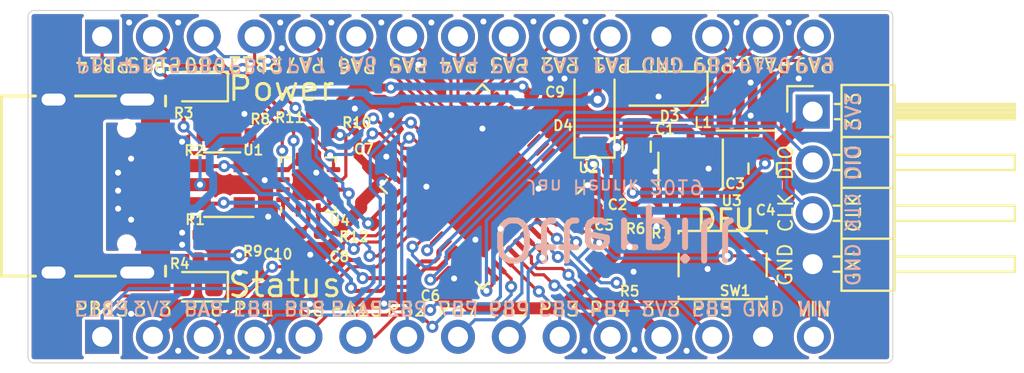
<source format=kicad_pcb>
(kicad_pcb (version 20171130) (host pcbnew 5.0.1)
  (layers (0 F.Cu signal) (31 B.Cu signal) (34 B.Paste user) (35 F.Paste user) (36 B.SilkS user) (37 F.SilkS user) (38 B.Mask user) (39 F.Mask user) (44 Edge.Cuts user))
  (net 0 "")
  (net 1 GND)
  (net 2 VBUS)
  (net 3 "Net-(C3-Pad2)")
  (net 4 "Net-(C3-Pad1)")
  (net 5 +3V3)
  (net 6 "Net-(D1-Pad1)")
  (net 7 "Net-(D2-Pad1)")
  (net 8 "Net-(J1-PadA8)")
  (net 9 "Net-(J1-PadB8)")
  (net 10 "Net-(R5-Pad1)")
  (net 11 "Net-(R6-Pad2)")
  (net 12 "Net-(U2-Pad7)")
  (net 13 "Net-(U2-Pad6)")
  (net 14 "Net-(U2-Pad5)")
  (net 15 "Net-(U2-Pad4)")
  (net 16 "Net-(U2-Pad3)")
  (net 17 "Net-(U3-Pad3)")
  (net 18 SWCLK)
  (net 19 SWDIO)
  (net 20 CC2)
  (net 21 CC1)
  (net 22 "Net-(R8-Pad2)")
  (net 23 "Net-(R9-Pad2)")
  (net 24 INT_N)
  (net 25 SDA)
  (net 26 SCL)
  (net 27 "Net-(U4-Pad13)")
  (net 28 "Net-(U4-Pad12)")
  (net 29 USB_P)
  (net 30 USB_N)
  (net 31 VIN)
  (net 32 315)
  (net 33 314)
  (net 34 313)
  (net 35 311)
  (net 36 310)
  (net 37 39)
  (net 38 38)
  (net 39 37)
  (net 40 36)
  (net 41 35)
  (net 42 33)
  (net 43 32)
  (net 44 31)
  (net 45 413)
  (net 46 411)
  (net 47 410)
  (net 48 49)
  (net 49 48)
  (net 50 47)
  (net 51 46)
  (net 52 45)
  (net 53 44)
  (net 54 43)
  (net 55 41)
  (net 56 312)
  (module Package_DFN_QFN:QFN-48-1EP_7x7mm_P0.5mm_EP5.6x5.6mm (layer F.Cu) (at 42.7 28.589949 225)
    (fp_text reference U2 (at -4.41231 -3.083022) (layer F.SilkS) (effects (font (size 0.5 0.5) (thickness 0.1))))
    (fp_text value STM32F072CBUx)
    (pad 48 smd roundrect (at -2.75 -3.4375 225) (size 0.25 0.875) (layers F.Cu F.Paste F.Mask) (net 5 +3V3))
    (pad 47 smd roundrect (at -2.25 -3.4375 225) (size 0.25 0.875) (layers F.Cu F.Paste F.Mask) (net 1 GND))
    (pad 46 smd roundrect (at -1.749999 -3.4375 225) (size 0.25 0.875) (layers F.Cu F.Paste F.Mask) (net 34 313))
    (pad 45 smd roundrect (at -1.25 -3.4375 225) (size 0.25 0.875) (layers F.Cu F.Paste F.Mask) (net 52 45))
    (pad 44 smd roundrect (at -0.750001 -3.4375 225) (size 0.25 0.875) (layers F.Cu F.Paste F.Mask) (net 10 "Net-(R5-Pad1)"))
    (pad 43 smd roundrect (at -0.25 -3.4375 225) (size 0.25 0.875) (layers F.Cu F.Paste F.Mask) (net 49 48))
    (pad 42 smd roundrect (at 0.25 -3.4375 225) (size 0.25 0.875) (layers F.Cu F.Paste F.Mask) (net 48 49))
    (pad 41 smd roundrect (at 0.750001 -3.4375 225) (size 0.25 0.875) (layers F.Cu F.Paste F.Mask) (net 45 413))
    (pad 40 smd roundrect (at 1.25 -3.4375 225) (size 0.25 0.875) (layers F.Cu F.Paste F.Mask) (net 46 411))
    (pad 39 smd roundrect (at 1.749999 -3.4375 225) (size 0.25 0.875) (layers F.Cu F.Paste F.Mask) (net 47 410))
    (pad 38 smd roundrect (at 2.25 -3.4375 225) (size 0.25 0.875) (layers F.Cu F.Paste F.Mask) (net 51 46))
    (pad 37 smd roundrect (at 2.75 -3.4375 225) (size 0.25 0.875) (layers F.Cu F.Paste F.Mask) (net 18 SWCLK))
    (pad 36 smd roundrect (at 3.4375 -2.75 225) (size 0.875 0.25) (layers F.Cu F.Paste F.Mask) (net 5 +3V3))
    (pad 35 smd roundrect (at 3.4375 -2.25 225) (size 0.875 0.25) (layers F.Cu F.Paste F.Mask) (net 1 GND))
    (pad 34 smd roundrect (at 3.4375 -1.749999 225) (size 0.875 0.25) (layers F.Cu F.Paste F.Mask) (net 19 SWDIO))
    (pad 33 smd roundrect (at 3.4375 -1.25 225) (size 0.875 0.25) (layers F.Cu F.Paste F.Mask) (net 29 USB_P))
    (pad 32 smd roundrect (at 3.4375 -0.750001 225) (size 0.875 0.25) (layers F.Cu F.Paste F.Mask) (net 30 USB_N))
    (pad 31 smd roundrect (at 3.4375 -0.25 225) (size 0.875 0.25) (layers F.Cu F.Paste F.Mask) (net 33 314))
    (pad 30 smd roundrect (at 3.4375 0.25 225) (size 0.875 0.25) (layers F.Cu F.Paste F.Mask) (net 32 315))
    (pad 29 smd roundrect (at 3.4375 0.750001 225) (size 0.875 0.25) (layers F.Cu F.Paste F.Mask) (net 54 43))
    (pad 28 smd roundrect (at 3.4375 1.25 225) (size 0.875 0.25) (layers F.Cu F.Paste F.Mask) (net 43 32))
    (pad 27 smd roundrect (at 3.4375 1.749999 225) (size 0.875 0.25) (layers F.Cu F.Paste F.Mask) (net 44 31))
    (pad 26 smd roundrect (at 3.4375 2.25 225) (size 0.875 0.25) (layers F.Cu F.Paste F.Mask) (net 55 41))
    (pad 25 smd roundrect (at 3.4375 2.75 225) (size 0.875 0.25) (layers F.Cu F.Paste F.Mask) (net 24 INT_N))
    (pad 24 smd roundrect (at 2.75 3.4375 225) (size 0.25 0.875) (layers F.Cu F.Paste F.Mask) (net 5 +3V3))
    (pad 23 smd roundrect (at 2.25 3.4375 225) (size 0.25 0.875) (layers F.Cu F.Paste F.Mask) (net 1 GND))
    (pad 22 smd roundrect (at 1.749999 3.4375 225) (size 0.25 0.875) (layers F.Cu F.Paste F.Mask) (net 25 SDA))
    (pad 21 smd roundrect (at 1.25 3.4375 225) (size 0.25 0.875) (layers F.Cu F.Paste F.Mask) (net 26 SCL))
    (pad 20 smd roundrect (at 0.750001 3.4375 225) (size 0.25 0.875) (layers F.Cu F.Paste F.Mask) (net 50 47))
    (pad 19 smd roundrect (at 0.25 3.4375 225) (size 0.25 0.875) (layers F.Cu F.Paste F.Mask) (net 53 44))
    (pad 18 smd roundrect (at -0.25 3.4375 225) (size 0.25 0.875) (layers F.Cu F.Paste F.Mask) (net 42 33))
    (pad 17 smd roundrect (at -0.750001 3.4375 225) (size 0.25 0.875) (layers F.Cu F.Paste F.Mask) (net 41 35))
    (pad 16 smd roundrect (at -1.25 3.4375 225) (size 0.25 0.875) (layers F.Cu F.Paste F.Mask) (net 40 36))
    (pad 15 smd roundrect (at -1.749999 3.4375 225) (size 0.25 0.875) (layers F.Cu F.Paste F.Mask) (net 39 37))
    (pad 14 smd roundrect (at -2.25 3.4375 225) (size 0.25 0.875) (layers F.Cu F.Paste F.Mask) (net 38 38))
    (pad 13 smd roundrect (at -2.75 3.4375 225) (size 0.25 0.875) (layers F.Cu F.Paste F.Mask) (net 37 39))
    (pad 12 smd roundrect (at -3.4375 2.75 225) (size 0.875 0.25) (layers F.Cu F.Paste F.Mask) (net 36 310))
    (pad 11 smd roundrect (at -3.4375 2.25 225) (size 0.875 0.25) (layers F.Cu F.Paste F.Mask) (net 35 311))
    (pad 10 smd roundrect (at -3.4375 1.749999 225) (size 0.875 0.25) (layers F.Cu F.Paste F.Mask) (net 56 312))
    (pad 9 smd roundrect (at -3.4375 1.25 225) (size 0.875 0.25) (layers F.Cu F.Paste F.Mask) (net 5 +3V3))
    (pad 8 smd roundrect (at -3.4375 0.750001 225) (size 0.875 0.25) (layers F.Cu F.Paste F.Mask) (net 1 GND))
    (pad 7 smd roundrect (at -3.4375 0.25 225) (size 0.875 0.25) (layers F.Cu F.Paste F.Mask) (net 12 "Net-(U2-Pad7)"))
    (pad 6 smd roundrect (at -3.4375 -0.25 225) (size 0.875 0.25) (layers F.Cu F.Paste F.Mask) (net 13 "Net-(U2-Pad6)"))
    (pad 5 smd roundrect (at -3.4375 -0.750001 225) (size 0.875 0.25) (layers F.Cu F.Paste F.Mask) (net 14 "Net-(U2-Pad5)"))
    (pad 4 smd roundrect (at -3.4375 -1.25 225) (size 0.875 0.25) (layers F.Cu F.Paste F.Mask) (net 15 "Net-(U2-Pad4)"))
    (pad 3 smd roundrect (at -3.4375 -1.749999 225) (size 0.875 0.25) (layers F.Cu F.Paste F.Mask) (net 16 "Net-(U2-Pad3)"))
    (pad 2 smd roundrect (at -3.4375 -2.25 225) (size 0.875 0.25) (layers F.Cu F.Paste F.Mask) (net 10 "Net-(R5-Pad1)"))
    (pad 1 smd roundrect (at -3.4375 -2.75 225) (size 0.875 0.25) (layers F.Cu F.Paste F.Mask) (net 5 +3V3))
    (pad 49 smd roundrect (at 0 0 225) (size 5 5) (layers F.Cu F.Mask) (roundrect_rratio 0.045) (net 1 GND))
  )
  (module Diode_SMD:D_SOD-123 (layer F.Cu) (at 51.7 23.7 180)
    (fp_text reference D3 (at -0.35 -1.375 180) (layer F.SilkS) (effects (font (size 0.5 0.5) (thickness 0.1))))
    (fp_text value SS310)
    (pad 2 smd rect (at 1.65 0 180) (size 0.9 1.2) (layers F.Cu F.Paste F.Mask) (net 1 GND))
    (pad 1 smd rect (at -1.65 0 180) (size 0.9 1.2) (layers F.Cu F.Paste F.Mask) (net 3 "Net-(C3-Pad2)"))
  )
  (module Inductor_SMD:L_Taiyo-Yuden_MD-3030 (layer F.Cu) (at 55.9 24.2)
    (fp_text reference L1 (at -2.175 1.2) (layer F.SilkS) (effects (font (size 0.5 0.5) (thickness 0.1))))
    (fp_text value 4u7)
    (pad 2 smd rect (at 1.1 0) (size 0.8 2.7) (layers F.Cu F.Paste F.Mask) (net 5 +3V3))
    (pad 1 smd rect (at -1.1 0) (size 0.8 2.7) (layers F.Cu F.Paste F.Mask) (net 3 "Net-(C3-Pad2)"))
  )
  (module Connector_PinHeader_2.54mm:PinHeader_1x15_P2.54mm_Vertical (layer F.Cu) (at 23.7 21.1 90)
    (fp_text reference J3 hide)
    (fp_text value 1)
    (pad 15 thru_hole oval (at 0 35.56 90) (size 1.7 1.7) (drill 1) (layers *.Cu *.Mask) (net 32 315))
    (pad 14 thru_hole oval (at 0 33.02 90) (size 1.7 1.7) (drill 1) (layers *.Cu *.Mask) (net 33 314))
    (pad 13 thru_hole oval (at 0 30.48 90) (size 1.7 1.7) (drill 1) (layers *.Cu *.Mask) (net 34 313))
    (pad 12 thru_hole oval (at 0 27.94 90) (size 1.7 1.7) (drill 1) (layers *.Cu *.Mask) (net 1 GND))
    (pad 11 thru_hole oval (at 0 25.4 90) (size 1.7 1.7) (drill 1) (layers *.Cu *.Mask) (net 35 311))
    (pad 10 thru_hole oval (at 0 22.86 90) (size 1.7 1.7) (drill 1) (layers *.Cu *.Mask) (net 36 310))
    (pad 9 thru_hole oval (at 0 20.32 90) (size 1.7 1.7) (drill 1) (layers *.Cu *.Mask) (net 37 39))
    (pad 8 thru_hole oval (at 0 17.78 90) (size 1.7 1.7) (drill 1) (layers *.Cu *.Mask) (net 38 38))
    (pad 7 thru_hole oval (at 0 15.24 90) (size 1.7 1.7) (drill 1) (layers *.Cu *.Mask) (net 39 37))
    (pad 6 thru_hole oval (at 0 12.7 90) (size 1.7 1.7) (drill 1) (layers *.Cu *.Mask) (net 40 36))
    (pad 5 thru_hole oval (at 0 10.16 90) (size 1.7 1.7) (drill 1) (layers *.Cu *.Mask) (net 41 35))
    (pad 4 thru_hole oval (at 0 7.62 90) (size 1.7 1.7) (drill 1) (layers *.Cu *.Mask) (net 24 INT_N))
    (pad 3 thru_hole oval (at 0 5.08 90) (size 1.7 1.7) (drill 1) (layers *.Cu *.Mask) (net 42 33))
    (pad 2 thru_hole oval (at 0 2.54 90) (size 1.7 1.7) (drill 1) (layers *.Cu *.Mask) (net 43 32))
    (pad 1 thru_hole rect (at 0 0 90) (size 1.7 1.7) (drill 1) (layers *.Cu *.Mask) (net 44 31))
  )
  (module Connector_PinHeader_2.54mm:PinHeader_1x15_P2.54mm_Vertical (layer F.Cu) (at 23.7 36.1 90)
    (fp_text reference J4 hide)
    (fp_text value 2)
    (pad 15 thru_hole oval (at 0 35.56 90) (size 1.7 1.7) (drill 1) (layers *.Cu *.Mask) (net 31 VIN))
    (pad 14 thru_hole oval (at 0 33.02 90) (size 1.7 1.7) (drill 1) (layers *.Cu *.Mask) (net 1 GND))
    (pad 13 thru_hole oval (at 0 30.48 90) (size 1.7 1.7) (drill 1) (layers *.Cu *.Mask) (net 45 413))
    (pad 12 thru_hole oval (at 0 27.94 90) (size 1.7 1.7) (drill 1) (layers *.Cu *.Mask) (net 5 +3V3))
    (pad 11 thru_hole oval (at 0 25.4 90) (size 1.7 1.7) (drill 1) (layers *.Cu *.Mask) (net 46 411))
    (pad 10 thru_hole oval (at 0 22.86 90) (size 1.7 1.7) (drill 1) (layers *.Cu *.Mask) (net 47 410))
    (pad 9 thru_hole oval (at 0 20.32 90) (size 1.7 1.7) (drill 1) (layers *.Cu *.Mask) (net 48 49))
    (pad 8 thru_hole oval (at 0 17.78 90) (size 1.7 1.7) (drill 1) (layers *.Cu *.Mask) (net 49 48))
    (pad 7 thru_hole oval (at 0 15.24 90) (size 1.7 1.7) (drill 1) (layers *.Cu *.Mask) (net 50 47))
    (pad 6 thru_hole oval (at 0 12.7 90) (size 1.7 1.7) (drill 1) (layers *.Cu *.Mask) (net 51 46))
    (pad 5 thru_hole oval (at 0 10.16 90) (size 1.7 1.7) (drill 1) (layers *.Cu *.Mask) (net 52 45))
    (pad 4 thru_hole oval (at 0 7.62 90) (size 1.7 1.7) (drill 1) (layers *.Cu *.Mask) (net 53 44))
    (pad 3 thru_hole oval (at 0 5.08 90) (size 1.7 1.7) (drill 1) (layers *.Cu *.Mask) (net 54 43))
    (pad 2 thru_hole oval (at 0 2.54 90) (size 1.7 1.7) (drill 1) (layers *.Cu *.Mask) (net 5 +3V3))
    (pad 1 thru_hole rect (at 0 0 90) (size 1.7 1.7) (drill 1) (layers *.Cu *.Mask) (net 55 41))
  )
  (module Button_Switch_SMD:SW_SPST_PTS810 (layer F.Cu) (at 54.7 32.512 180)
    (fp_text reference SW1 (at -0.625 -1.288 180) (layer F.SilkS) (effects (font (size 0.5 0.5) (thickness 0.1))))
    (fp_text value SW_Push)
    (pad 2 smd rect (at 2.075 1.075 180) (size 1.05 0.65) (layers F.Cu F.Paste F.Mask) (net 5 +3V3))
    (pad 2 smd rect (at -2.075 1.075 180) (size 1.05 0.65) (layers F.Cu F.Paste F.Mask) (net 5 +3V3))
    (pad 1 smd rect (at 2.075 -1.075 180) (size 1.05 0.65) (layers F.Cu F.Paste F.Mask) (net 10 "Net-(R5-Pad1)"))
    (pad 1 smd rect (at -2.075 -1.075 180) (size 1.05 0.65) (layers F.Cu F.Paste F.Mask) (net 10 "Net-(R5-Pad1)"))
  )
  (module Diode_SMD:D_SOD-123 (layer F.Cu) (at 48.3 24.9 90)
    (fp_text reference D4 (at -0.65 -1.575 180) (layer F.SilkS) (effects (font (size 0.5 0.5) (thickness 0.1))))
    (fp_text value SS310)
    (pad 2 smd rect (at 1.65 0 90) (size 0.9 1.2) (layers F.Cu F.Paste F.Mask) (net 2 VBUS))
    (pad 1 smd rect (at -1.65 0 90) (size 0.9 1.2) (layers F.Cu F.Paste F.Mask) (net 31 VIN))
  )
  (module Capacitor_SMD:C_0402_1005Metric (layer F.Cu) (at 33.6 31.4 270)
    (fp_text reference C10 (at 0.575 1.125) (layer F.SilkS) (effects (font (size 0.5 0.5) (thickness 0.1))))
    (fp_text value 100n)
    (pad 2 smd roundrect (at 0.485 0 270) (size 0.59 0.64) (layers F.Cu F.Paste F.Mask) (net 1 GND))
    (pad 1 smd roundrect (at -0.485 0 270) (size 0.59 0.64) (layers F.Cu F.Paste F.Mask) (net 2 VBUS))
  )
  (module Capacitor_SMD:C_0402_1005Metric (layer F.Cu) (at 45.5 24.4 315)
    (fp_text reference C9 (at 0.213769 -0.956231) (layer F.SilkS) (effects (font (size 0.5 0.5) (thickness 0.1))))
    (fp_text value 100n)
    (pad 2 smd roundrect (at 0.485 0 315) (size 0.59 0.64) (layers F.Cu F.Paste F.Mask) (net 1 GND))
    (pad 1 smd roundrect (at -0.485 0 315) (size 0.59 0.64) (layers F.Cu F.Paste F.Mask) (net 5 +3V3))
  )
  (module Capacitor_SMD:C_0402_1005Metric (layer F.Cu) (at 34.6 31.4 270)
    (fp_text reference C8 (at 0.7 -0.95) (layer F.SilkS) (effects (font (size 0.5 0.5) (thickness 0.1))))
    (fp_text value 100n)
    (pad 2 smd roundrect (at 0.485 0 270) (size 0.59 0.64) (layers F.Cu F.Paste F.Mask) (net 1 GND))
    (pad 1 smd roundrect (at -0.485 0 270) (size 0.59 0.64) (layers F.Cu F.Paste F.Mask) (net 5 +3V3))
  )
  (module Capacitor_SMD:C_0402_1005Metric (layer F.Cu) (at 37.4 27.3 45)
    (fp_text reference C7 (at -0.035355 -0.848528 180) (layer F.SilkS) (effects (font (size 0.5 0.5) (thickness 0.1))))
    (fp_text value 100n)
    (pad 2 smd roundrect (at 0.485 0 45) (size 0.59 0.64) (layers F.Cu F.Paste F.Mask) (net 1 GND))
    (pad 1 smd roundrect (at -0.485 0 45) (size 0.59 0.64) (layers F.Cu F.Paste F.Mask) (net 5 +3V3))
  )
  (module Capacitor_SMD:C_0402_1005Metric (layer F.Cu) (at 41.342947 33.842947 135)
    (fp_text reference C6 (at 0.732488 -1.025305 180) (layer F.SilkS) (effects (font (size 0.5 0.5) (thickness 0.1))))
    (fp_text value 100n)
    (pad 2 smd roundrect (at 0.485 0 135) (size 0.59 0.64) (layers F.Cu F.Paste F.Mask) (net 1 GND))
    (pad 1 smd roundrect (at -0.485 0 135) (size 0.59 0.64) (layers F.Cu F.Paste F.Mask) (net 5 +3V3))
  )
  (module Capacitor_SMD:C_0402_1005Metric (layer F.Cu) (at 48 29.9 225)
    (fp_text reference C5 (at -0.106066 -0.989949) (layer F.SilkS) (effects (font (size 0.5 0.5) (thickness 0.1))))
    (fp_text value 100n)
    (pad 2 smd roundrect (at 0.485 0 225) (size 0.59 0.64) (layers F.Cu F.Paste F.Mask) (net 1 GND))
    (pad 1 smd roundrect (at -0.485 0 225) (size 0.59 0.64) (layers F.Cu F.Paste F.Mask) (net 5 +3V3))
  )
  (module Capacitor_SMD:C_0402_1005Metric (layer F.Cu) (at 55.3 27.2 90)
    (fp_text reference C3 (at -1.25 0.025 180) (layer F.SilkS) (effects (font (size 0.5 0.5) (thickness 0.1))))
    (fp_text value 100n)
    (pad 2 smd roundrect (at 0.485 0 90) (size 0.59 0.64) (layers F.Cu F.Paste F.Mask) (net 3 "Net-(C3-Pad2)"))
    (pad 1 smd roundrect (at -0.485 0 90) (size 0.59 0.64) (layers F.Cu F.Paste F.Mask) (net 4 "Net-(C3-Pad1)"))
  )
  (module Capacitor_SMD:C_0402_1005Metric (layer F.Cu) (at 49 28.2 270)
    (fp_text reference C2 (at 1.3 -0.45) (layer F.SilkS) (effects (font (size 0.5 0.5) (thickness 0.1))))
    (fp_text value 100n)
    (pad 2 smd roundrect (at 0.485 0 270) (size 0.59 0.64) (layers F.Cu F.Paste F.Mask) (net 1 GND))
    (pad 1 smd roundrect (at -0.485 0 270) (size 0.59 0.64) (layers F.Cu F.Paste F.Mask) (net 31 VIN))
  )
  (module Resistor_SMD:R_0402_1005Metric (layer F.Cu) (at 36.9 30.1 315)
    (fp_text reference R12 (at 0.265165 1.149049 180) (layer F.SilkS) (effects (font (size 0.5 0.5) (thickness 0.1))))
    (fp_text value 5k1)
    (pad 2 smd roundrect (at 0.485 0 315) (size 0.59 0.64) (layers F.Cu F.Paste F.Mask) (net 24 INT_N))
    (pad 1 smd roundrect (at -0.485 0 315) (size 0.59 0.64) (layers F.Cu F.Paste F.Mask) (net 5 +3V3))
  )
  (module Resistor_SMD:R_0402_1005Metric (layer F.Cu) (at 34.2 25.4 270)
    (fp_text reference R11 (at -0.25 1.125) (layer F.SilkS) (effects (font (size 0.5 0.5) (thickness 0.1))))
    (fp_text value 5k1)
    (pad 2 smd roundrect (at 0.485 0 270) (size 0.59 0.64) (layers F.Cu F.Paste F.Mask) (net 25 SDA))
    (pad 1 smd roundrect (at -0.485 0 270) (size 0.59 0.64) (layers F.Cu F.Paste F.Mask) (net 5 +3V3))
  )
  (module Resistor_SMD:R_0402_1005Metric (layer F.Cu) (at 35.2 25.399999 270)
    (fp_text reference R10 (at 0 -1.225) (layer F.SilkS) (effects (font (size 0.5 0.5) (thickness 0.1))))
    (fp_text value 5k1)
    (pad 2 smd roundrect (at 0.485 0 270) (size 0.59 0.64) (layers F.Cu F.Paste F.Mask) (net 26 SCL))
    (pad 1 smd roundrect (at -0.485 0 270) (size 0.59 0.64) (layers F.Cu F.Paste F.Mask) (net 5 +3V3))
  )
  (module Resistor_SMD:R_0402_1005Metric (layer F.Cu) (at 31.6 31)
    (fp_text reference R9 (at -0.375 0.825) (layer F.SilkS) (effects (font (size 0.5 0.5) (thickness 0.1))))
    (fp_text value 0)
    (pad 2 smd roundrect (at 0.485 0) (size 0.59 0.64) (layers F.Cu F.Paste F.Mask) (net 23 "Net-(R9-Pad2)"))
    (pad 1 smd roundrect (at -0.485 0) (size 0.59 0.64) (layers F.Cu F.Paste F.Mask) (net 20 CC2))
  )
  (module Resistor_SMD:R_0402_1005Metric (layer F.Cu) (at 31.6 26)
    (fp_text reference R8 (at 0 -0.775) (layer F.SilkS) (effects (font (size 0.5 0.5) (thickness 0.1))))
    (fp_text value 0)
    (pad 2 smd roundrect (at 0.485 0) (size 0.59 0.64) (layers F.Cu F.Paste F.Mask) (net 22 "Net-(R8-Pad2)"))
    (pad 1 smd roundrect (at -0.485 0) (size 0.59 0.64) (layers F.Cu F.Paste F.Mask) (net 21 CC1))
  )
  (module Resistor_SMD:R_0402_1005Metric (layer F.Cu) (at 52.6 30.1)
    (fp_text reference R7 (at -0.975 0.825) (layer F.SilkS) (effects (font (size 0.5 0.5) (thickness 0.1))))
    (fp_text value 5k1)
    (pad 2 smd roundrect (at 0.485 0) (size 0.59 0.64) (layers F.Cu F.Paste F.Mask) (net 1 GND))
    (pad 1 smd roundrect (at -0.485 0) (size 0.59 0.64) (layers F.Cu F.Paste F.Mask) (net 11 "Net-(R6-Pad2)"))
  )
  (module Resistor_SMD:R_0402_1005Metric (layer F.Cu) (at 50.9 29.4 270)
    (fp_text reference R6 (at 1.3 0.55) (layer F.SilkS) (effects (font (size 0.5 0.5) (thickness 0.1))))
    (fp_text value 16k)
    (pad 2 smd roundrect (at 0.485 0 270) (size 0.59 0.64) (layers F.Cu F.Paste F.Mask) (net 11 "Net-(R6-Pad2)"))
    (pad 1 smd roundrect (at -0.485 0 270) (size 0.59 0.64) (layers F.Cu F.Paste F.Mask) (net 5 +3V3))
  )
  (module Resistor_SMD:R_0402_1005Metric (layer F.Cu) (at 51 33.1 90)
    (fp_text reference R5 (at -0.725 -0.946 180) (layer F.SilkS) (effects (font (size 0.5 0.5) (thickness 0.1))))
    (fp_text value 5k1)
    (pad 2 smd roundrect (at 0.485 0 90) (size 0.59 0.64) (layers F.Cu F.Paste F.Mask) (net 1 GND))
    (pad 1 smd roundrect (at -0.485 0 90) (size 0.59 0.64) (layers F.Cu F.Paste F.Mask) (net 10 "Net-(R5-Pad1)"))
  )
  (module Resistor_SMD:R_0402_1005Metric (layer F.Cu) (at 29 32.2)
    (fp_text reference R4 (at -1.425 0.25) (layer F.SilkS) (effects (font (size 0.5 0.5) (thickness 0.1))))
    (fp_text value 5k1)
    (pad 2 smd roundrect (at 0.485 0) (size 0.59 0.64) (layers F.Cu F.Paste F.Mask) (net 1 GND))
    (pad 1 smd roundrect (at -0.485 0) (size 0.59 0.64) (layers F.Cu F.Paste F.Mask) (net 7 "Net-(D2-Pad1)"))
  )
  (module Resistor_SMD:R_0402_1005Metric (layer F.Cu) (at 29.2 24.9)
    (fp_text reference R3 (at -1.425 0.025) (layer F.SilkS) (effects (font (size 0.5 0.5) (thickness 0.1))))
    (fp_text value 5k1)
    (pad 2 smd roundrect (at 0.485 0) (size 0.59 0.64) (layers F.Cu F.Paste F.Mask) (net 1 GND))
    (pad 1 smd roundrect (at -0.485 0) (size 0.59 0.64) (layers F.Cu F.Paste F.Mask) (net 6 "Net-(D1-Pad1)"))
  )
  (module Resistor_SMD:R_0402_1005Metric (layer F.Cu) (at 29.2 26 180)
    (fp_text reference R2 (at 0.9 -0.8 180) (layer F.SilkS) (effects (font (size 0.5 0.5) (thickness 0.1))))
    (fp_text value DNP)
    (pad 2 smd roundrect (at 0.485 0 180) (size 0.59 0.64) (layers F.Cu F.Paste F.Mask) (net 21 CC1))
    (pad 1 smd roundrect (at -0.485 0 180) (size 0.59 0.64) (layers F.Cu F.Paste F.Mask) (net 1 GND))
  )
  (module Resistor_SMD:R_0402_1005Metric (layer F.Cu) (at 29 31 180)
    (fp_text reference R1 (at 0.65 0.75 180) (layer F.SilkS) (effects (font (size 0.5 0.5) (thickness 0.1))))
    (fp_text value DNP)
    (pad 2 smd roundrect (at 0.485 0 180) (size 0.59 0.64) (layers F.Cu F.Paste F.Mask) (net 20 CC2))
    (pad 1 smd roundrect (at -0.485 0 180) (size 0.59 0.64) (layers F.Cu F.Paste F.Mask) (net 1 GND))
  )
  (module Package_DFN_QFN:WQFN-14-1EP_2.5x2.5mm_P0.5mm_EP1.45x1.45mm (layer F.Cu) (at 34 28.5 90)
    (fp_text reference U4 (at -1.8 1.575 180) (layer F.SilkS) (effects (font (size 0.5 0.5) (thickness 0.1))))
    (fp_text value FUSB302BMPX)
    (pad 14 smd roundrect (at -0.75 -1.2625 90) (size 0.25 0.675) (layers F.Cu F.Paste F.Mask) (net 23 "Net-(R9-Pad2)"))
    (pad 13 smd roundrect (at -0.25 -1.2625 90) (size 0.25 0.675) (layers F.Cu F.Paste F.Mask) (net 27 "Net-(U4-Pad13)"))
    (pad 12 smd roundrect (at 0.25 -1.2625 90) (size 0.25 0.675) (layers F.Cu F.Paste F.Mask) (net 28 "Net-(U4-Pad12)"))
    (pad 11 smd roundrect (at 0.75 -1.2625 90) (size 0.25 0.675) (layers F.Cu F.Paste F.Mask) (net 22 "Net-(R8-Pad2)"))
    (pad 10 smd roundrect (at 1.2625 -0.5 90) (size 0.675 0.25) (layers F.Cu F.Paste F.Mask) (net 22 "Net-(R8-Pad2)"))
    (pad 9 smd roundrect (at 1.2625 0 90) (size 0.675 0.25) (layers F.Cu F.Paste F.Mask) (net 1 GND))
    (pad 8 smd roundrect (at 1.2625 0.5 90) (size 0.675 0.25) (layers F.Cu F.Paste F.Mask) (net 1 GND))
    (pad 7 smd roundrect (at 0.75 1.2625 90) (size 0.25 0.675) (layers F.Cu F.Paste F.Mask) (net 25 SDA))
    (pad 6 smd roundrect (at 0.25 1.2625 90) (size 0.25 0.675) (layers F.Cu F.Paste F.Mask) (net 26 SCL))
    (pad 5 smd roundrect (at -0.25 1.2625 90) (size 0.25 0.675) (layers F.Cu F.Paste F.Mask) (net 24 INT_N))
    (pad 4 smd roundrect (at -0.75 1.2625 90) (size 0.25 0.675) (layers F.Cu F.Paste F.Mask) (net 5 +3V3))
    (pad 3 smd roundrect (at -1.2625 0.5 90) (size 0.675 0.25) (layers F.Cu F.Paste F.Mask) (net 5 +3V3))
    (pad 2 smd roundrect (at -1.2625 0 90) (size 0.675 0.25) (layers F.Cu F.Paste F.Mask) (net 2 VBUS))
    (pad 1 smd roundrect (at -1.2625 -0.5 90) (size 0.675 0.25) (layers F.Cu F.Paste F.Mask) (net 23 "Net-(R9-Pad2)"))
    (pad 15 smd roundrect (at 0 0 90) (size 1.45 1.45) (layers F.Cu F.Mask) (roundrect_rratio 0.172414) (net 1 GND))
  )
  (module Connector_PinHeader_2.54mm:PinHeader_1x04_P2.54mm_Horizontal (layer F.Cu) (at 59.2 24.85)
    (fp_text reference J5 hide)
    (fp_text value SWD)
    (pad 4 thru_hole oval (at 0 7.62) (size 1.7 1.7) (drill 1) (layers *.Cu *.Mask) (net 1 GND))
    (pad 3 thru_hole oval (at 0 5.08) (size 1.7 1.7) (drill 1) (layers *.Cu *.Mask) (net 18 SWCLK))
    (pad 2 thru_hole oval (at 0 2.54) (size 1.7 1.7) (drill 1) (layers *.Cu *.Mask) (net 19 SWDIO))
    (pad 1 thru_hole rect (at 0 0) (size 1.7 1.7) (drill 1) (layers *.Cu *.Mask) (net 5 +3V3))
  )
  (module Package_TO_SOT_SMD:SOT-23-6 (layer F.Cu) (at 53.1 27.8 270)
    (fp_text reference U3 (at 1.5 -2.05) (layer F.SilkS) (effects (font (size 0.5 0.5) (thickness 0.1))))
    (fp_text value ACT4088)
    (pad 5 smd rect (at 1.1 0 270) (size 1.06 0.65) (layers F.Cu F.Paste F.Mask) (net 1 GND))
    (pad 6 smd rect (at 1.1 -0.95 270) (size 1.06 0.65) (layers F.Cu F.Paste F.Mask) (net 4 "Net-(C3-Pad1)"))
    (pad 4 smd rect (at 1.1 0.95 270) (size 1.06 0.65) (layers F.Cu F.Paste F.Mask) (net 11 "Net-(R6-Pad2)"))
    (pad 3 smd rect (at -1.1 0.95 270) (size 1.06 0.65) (layers F.Cu F.Paste F.Mask) (net 17 "Net-(U3-Pad3)"))
    (pad 2 smd rect (at -1.1 0 270) (size 1.06 0.65) (layers F.Cu F.Paste F.Mask) (net 31 VIN))
    (pad 1 smd rect (at -1.1 -0.95 270) (size 1.06 0.65) (layers F.Cu F.Paste F.Mask) (net 3 "Net-(C3-Pad2)"))
  )
  (module Package_TO_SOT_SMD:SOT-23-6 (layer F.Cu) (at 29.7 28.5 180)
    (fp_text reference U1 (at -1.55 1.725 180) (layer F.SilkS) (effects (font (size 0.5 0.5) (thickness 0.1))))
    (fp_text value USBLC6-4)
    (pad 5 smd rect (at 1.1 0 180) (size 1.06 0.65) (layers F.Cu F.Paste F.Mask) (net 5 +3V3))
    (pad 6 smd rect (at 1.1 -0.95 180) (size 1.06 0.65) (layers F.Cu F.Paste F.Mask) (net 29 USB_P))
    (pad 4 smd rect (at 1.1 0.95 180) (size 1.06 0.65) (layers F.Cu F.Paste F.Mask) (net 30 USB_N))
    (pad 3 smd rect (at -1.1 0.95 180) (size 1.06 0.65) (layers F.Cu F.Paste F.Mask) (net 21 CC1))
    (pad 2 smd rect (at -1.1 0 180) (size 1.06 0.65) (layers F.Cu F.Paste F.Mask) (net 1 GND))
    (pad 1 smd rect (at -1.1 -0.95 180) (size 1.06 0.65) (layers F.Cu F.Paste F.Mask) (net 20 CC2))
  )
  (module "otter:USB-C 16Pin" (layer F.Cu) (at 26.369999 28.57 270)
    (fp_text reference J1 hide)
    (fp_text value USB-c)
    (pad S1 thru_hole oval (at -4.32 0.915 270) (size 1 2.1) (drill oval 0.6 1.7) (layers *.Cu *.Mask) (net 1 GND))
    (pad S1 thru_hole oval (at 4.32 0.915 270) (size 1 2.1) (drill oval 0.6 1.7) (layers *.Cu *.Mask) (net 1 GND))
    (pad S1 thru_hole oval (at -4.32 5.095 270) (size 1 1.6) (drill oval 0.6 1.2) (layers *.Cu *.Mask) (net 1 GND))
    (pad S1 thru_hole oval (at 4.32 5.095 270) (size 1 1.6) (drill oval 0.6 1.2) (layers *.Cu *.Mask) (net 1 GND))
    (pad "" np_thru_hole circle (at 2.89 1.445 270) (size 0.65 0.65) (drill 0.65) (layers *.Cu *.Mask))
    (pad "" np_thru_hole circle (at -2.89 1.445 270) (size 0.65 0.65) (drill 0.65) (layers *.Cu *.Mask))
    (pad B1 smd rect (at 3.2 0 270) (size 0.6 1.45) (layers F.Cu F.Paste F.Mask) (net 1 GND))
    (pad B4 smd rect (at 2.4 0 270) (size 0.6 1.45) (layers F.Cu F.Paste F.Mask) (net 2 VBUS))
    (pad B5 smd rect (at 1.75 0 270) (size 0.3 1.45) (layers F.Cu F.Paste F.Mask) (net 20 CC2))
    (pad A8 smd rect (at 1.25 0 270) (size 0.3 1.45) (layers F.Cu F.Paste F.Mask) (net 8 "Net-(J1-PadA8)"))
    (pad B6 smd rect (at 0.75 0 270) (size 0.3 1.45) (layers F.Cu F.Paste F.Mask) (net 29 USB_P))
    (pad A7 smd rect (at 0.25 0 270) (size 0.3 1.45) (layers F.Cu F.Paste F.Mask) (net 30 USB_N))
    (pad A6 smd rect (at -0.25 0 270) (size 0.3 1.45) (layers F.Cu F.Paste F.Mask) (net 29 USB_P))
    (pad B7 smd rect (at -0.75 0 270) (size 0.3 1.45) (layers F.Cu F.Paste F.Mask) (net 30 USB_N))
    (pad A5 smd rect (at -1.25 0 270) (size 0.3 1.45) (layers F.Cu F.Paste F.Mask) (net 21 CC1))
    (pad B8 smd rect (at -1.75 0 270) (size 0.3 1.45) (layers F.Cu F.Paste F.Mask) (net 9 "Net-(J1-PadB8)"))
    (pad A4 smd rect (at -2.4 0 270) (size 0.6 1.45) (layers F.Cu F.Paste F.Mask) (net 2 VBUS))
    (pad A1 smd rect (at -3.2 0 270) (size 0.6 1.45) (layers F.Cu F.Paste F.Mask) (net 1 GND))
  )
  (module LED_SMD:LED_0603_1608Metric (layer F.Cu) (at 28.5 33.6 180)
    (fp_text reference D2 hide)
    (fp_text value LED)
    (pad 2 smd roundrect (at 0.7875 0 180) (size 0.875 0.95) (layers F.Cu F.Paste F.Mask) (net 55 41))
    (pad 1 smd roundrect (at -0.7875 0 180) (size 0.875 0.95) (layers F.Cu F.Paste F.Mask) (net 7 "Net-(D2-Pad1)"))
  )
  (module LED_SMD:LED_0603_1608Metric (layer F.Cu) (at 28.5 23.6 180)
    (fp_text reference D1 hide)
    (fp_text value LED)
    (pad 2 smd roundrect (at 0.7875 0 180) (size 0.875 0.95) (layers F.Cu F.Paste F.Mask) (net 5 +3V3))
    (pad 1 smd roundrect (at -0.7875 0 180) (size 0.875 0.95) (layers F.Cu F.Paste F.Mask) (net 6 "Net-(D1-Pad1)"))
  )
  (module Capacitor_SMD:C_0805_2012Metric (layer F.Cu) (at 56.7 27.7 270)
    (fp_text reference C4 (at 2.075 -0.15) (layer F.SilkS) (effects (font (size 0.5 0.5) (thickness 0.1))))
    (fp_text value 10u)
    (pad 2 smd roundrect (at 0.9375 0 270) (size 0.975 1.4) (layers F.Cu F.Paste F.Mask) (net 1 GND))
    (pad 1 smd roundrect (at -0.9375 0 270) (size 0.975 1.4) (layers F.Cu F.Paste F.Mask) (net 5 +3V3))
  )
  (module Capacitor_SMD:C_0805_2012Metric (layer F.Cu) (at 50.4 26.6 270)
    (fp_text reference C1 (at -0.875 -1.425) (layer F.SilkS) (effects (font (size 0.5 0.5) (thickness 0.1))))
    (fp_text value 10u)
    (pad 2 smd roundrect (at 0.9375 0 270) (size 0.975 1.4) (layers F.Cu F.Paste F.Mask) (net 1 GND))
    (pad 1 smd roundrect (at -0.9375 0 270) (size 0.975 1.4) (layers F.Cu F.Paste F.Mask) (net 31 VIN))
  )
  (gr_text "Jan Henrik 2019" (at 49.3 28.6 180) (layer B.SilkS) (effects (font (size 0.7 0.7) (thickness 0.1)) (justify mirror)))
  (gr_text "Otterpill\n" (at 49.3 31.2 180) (layer B.SilkS) (effects (font (size 2 2) (thickness 0.3)) (justify mirror)))
  (gr_text 3V3 (at 61.2 24.85 90) (layer B.SilkS) (effects (font (size 0.7 0.7) (thickness 0.1)) (justify mirror)))
  (gr_text DIO (at 61.2 27.4 90) (layer B.SilkS) (effects (font (size 0.7 0.7) (thickness 0.1)) (justify mirror)))
  (gr_text CLK (at 61.2 29.9 90) (layer B.SilkS) (effects (font (size 0.7 0.7) (thickness 0.1)) (justify mirror)))
  (gr_text GND (at 61.225 32.5 90) (layer B.SilkS) (effects (font (size 0.7 0.7) (thickness 0.1)) (justify mirror)))
  (gr_text GND (at 51.725 22.5 180) (layer B.SilkS) (effects (font (size 0.7 0.7) (thickness 0.1)) (justify mirror)))
  (gr_text PB0 (at 28.875 22.5 180) (layer B.SilkS) (effects (font (size 0.7 0.7) (thickness 0.1)) (justify mirror)))
  (gr_text PB9 (at 54.275 22.5 180) (layer B.SilkS) (effects (font (size 0.7 0.7) (thickness 0.1)) (justify mirror)))
  (gr_text PB12 (at 31.4 22.55 180) (layer B.SilkS) (effects (font (size 0.7 0.7) (thickness 0.1)) (justify mirror)))
  (gr_text PA6 (at 36.475 22.45 180) (layer B.SilkS) (effects (font (size 0.7 0.7) (thickness 0.1)) (justify mirror)))
  (gr_text PA10 (at 56.825 22.5 180) (layer B.SilkS) (effects (font (size 0.7 0.7) (thickness 0.1)) (justify mirror)))
  (gr_text PA1 (at 49.2 22.5 180) (layer B.SilkS) (effects (font (size 0.7 0.7) (thickness 0.1)) (justify mirror)))
  (gr_text PA5 (at 39.025 22.5 180) (layer B.SilkS) (effects (font (size 0.7 0.7) (thickness 0.1)) (justify mirror)))
  (gr_text PB14 (at 23.775 22.5 180) (layer B.SilkS) (effects (font (size 0.7 0.7) (thickness 0.1)) (justify mirror)))
  (gr_text PA3 (at 44.075 22.5 180) (layer B.SilkS) (effects (font (size 0.7 0.7) (thickness 0.1)) (justify mirror)))
  (gr_text PA9 (at 59.325 22.5 180) (layer B.SilkS) (effects (font (size 0.7 0.7) (thickness 0.1)) (justify mirror)))
  (gr_text PB15 (at 26.325 22.5 180) (layer B.SilkS) (effects (font (size 0.7 0.7) (thickness 0.1)) (justify mirror)))
  (gr_text PA4 (at 41.55 22.5 180) (layer B.SilkS) (effects (font (size 0.7 0.7) (thickness 0.1)) (justify mirror)))
  (gr_text PA7 (at 33.9 22.5 180) (layer B.SilkS) (effects (font (size 0.7 0.7) (thickness 0.1)) (justify mirror)))
  (gr_text PA2 (at 46.6 22.5 180) (layer B.SilkS) (effects (font (size 0.7 0.7) (thickness 0.1)) (justify mirror)))
  (gr_text PB7 (at 41.475 34.725) (layer B.SilkS) (effects (font (size 0.7 0.7) (thickness 0.1)) (justify mirror)))
  (gr_text GND (at 56.725 34.725) (layer B.SilkS) (effects (font (size 0.7 0.7) (thickness 0.1)) (justify mirror)))
  (gr_text PB1 (at 31.275 34.725) (layer B.SilkS) (effects (font (size 0.7 0.7) (thickness 0.1)) (justify mirror)))
  (gr_text PA8 (at 28.775 34.725) (layer B.SilkS) (effects (font (size 0.7 0.7) (thickness 0.1)) (justify mirror)))
  (gr_text PB3 (at 46.525 34.725) (layer B.SilkS) (effects (font (size 0.7 0.7) (thickness 0.1)) (justify mirror)))
  (gr_text 3V3 (at 51.625 34.725) (layer B.SilkS) (effects (font (size 0.7 0.7) (thickness 0.1)) (justify mirror)))
  (gr_text PB5 (at 54.175 34.725) (layer B.SilkS) (effects (font (size 0.7 0.7) (thickness 0.1)) (justify mirror)))
  (gr_text PB4 (at 49.075 34.725) (layer B.SilkS) (effects (font (size 0.7 0.7) (thickness 0.1)) (justify mirror)))
  (gr_text PA15 (at 36.425 34.725) (layer B.SilkS) (effects (font (size 0.7 0.7) (thickness 0.1)) (justify mirror)))
  (gr_text PB2 (at 38.925 34.725) (layer B.SilkS) (effects (font (size 0.7 0.7) (thickness 0.1)) (justify mirror)))
  (gr_text VIN (at 59.275 34.725) (layer B.SilkS) (effects (font (size 0.7 0.7) (thickness 0.1)) (justify mirror)))
  (gr_text PB8 (at 33.825 34.725) (layer B.SilkS) (effects (font (size 0.7 0.7) (thickness 0.1)) (justify mirror)))
  (gr_text PB9 (at 44.025 34.725) (layer B.SilkS) (effects (font (size 0.7 0.7) (thickness 0.1)) (justify mirror)))
  (gr_text PB13 (at 23.675 34.725) (layer B.SilkS) (effects (font (size 0.7 0.7) (thickness 0.1)) (justify mirror)))
  (gr_text 3V3 (at 26.225 34.725) (layer B.SilkS) (effects (font (size 0.7 0.7) (thickness 0.1)) (justify mirror)))
  (gr_text PB0 (at 28.825 22.5 180) (layer F.SilkS) (effects (font (size 0.7 0.7) (thickness 0.1))))
  (gr_text PB14 (at 23.725 22.5 180) (layer F.SilkS) (effects (font (size 0.7 0.7) (thickness 0.1))))
  (gr_text PB15 (at 26.275 22.5 180) (layer F.SilkS) (effects (font (size 0.7 0.7) (thickness 0.1))))
  (gr_text PB12 (at 31.35 22.45 180) (layer F.SilkS) (effects (font (size 0.7 0.7) (thickness 0.1))))
  (gr_text PA7 (at 33.85 22.5 180) (layer F.SilkS) (effects (font (size 0.7 0.7) (thickness 0.1))))
  (gr_text PA6 (at 36.425 22.55 180) (layer F.SilkS) (effects (font (size 0.7 0.7) (thickness 0.1))))
  (gr_text PA5 (at 38.975 22.5 180) (layer F.SilkS) (effects (font (size 0.7 0.7) (thickness 0.1))))
  (gr_text PA4 (at 41.5 22.5 180) (layer F.SilkS) (effects (font (size 0.7 0.7) (thickness 0.1))))
  (gr_text PA3 (at 44.025 22.5 180) (layer F.SilkS) (effects (font (size 0.7 0.7) (thickness 0.1))))
  (gr_text PA2 (at 46.55 22.5 180) (layer F.SilkS) (effects (font (size 0.7 0.7) (thickness 0.1))))
  (gr_text PA1 (at 49.15 22.5 180) (layer F.SilkS) (effects (font (size 0.7 0.7) (thickness 0.1))))
  (gr_text GND (at 51.675 22.5 180) (layer F.SilkS) (effects (font (size 0.7 0.7) (thickness 0.1))))
  (gr_text PB9 (at 54.225 22.5 180) (layer F.SilkS) (effects (font (size 0.7 0.7) (thickness 0.1))))
  (gr_text PA10 (at 56.775 22.5 180) (layer F.SilkS) (effects (font (size 0.7 0.7) (thickness 0.1))))
  (gr_text PA9 (at 59.275 22.5 180) (layer F.SilkS) (effects (font (size 0.7 0.7) (thickness 0.1))))
  (gr_text VIN (at 59.275 34.725) (layer F.SilkS) (effects (font (size 0.7 0.7) (thickness 0.1))))
  (gr_text GND (at 56.725 34.725) (layer F.SilkS) (effects (font (size 0.7 0.7) (thickness 0.1))))
  (gr_text PB5 (at 54.175 34.725) (layer F.SilkS) (effects (font (size 0.7 0.7) (thickness 0.1))))
  (gr_text 3V3 (at 51.625 34.725) (layer F.SilkS) (effects (font (size 0.7 0.7) (thickness 0.1))))
  (gr_text PB4 (at 49.075 34.725) (layer F.SilkS) (effects (font (size 0.7 0.7) (thickness 0.1))))
  (gr_text PB3 (at 46.525 34.725) (layer F.SilkS) (effects (font (size 0.7 0.7) (thickness 0.1))))
  (gr_text PB9 (at 44.025 34.725) (layer F.SilkS) (effects (font (size 0.7 0.7) (thickness 0.1))))
  (gr_text PB7 (at 41.475 34.725) (layer F.SilkS) (effects (font (size 0.7 0.7) (thickness 0.1))))
  (gr_text PB2 (at 38.925 34.725) (layer F.SilkS) (effects (font (size 0.7 0.7) (thickness 0.1))))
  (gr_text PA15 (at 36.425 34.725) (layer F.SilkS) (effects (font (size 0.7 0.7) (thickness 0.1))))
  (gr_text PB8 (at 33.825 34.725) (layer F.SilkS) (effects (font (size 0.7 0.7) (thickness 0.1))))
  (gr_text PB1 (at 31.275 34.725) (layer F.SilkS) (effects (font (size 0.7 0.7) (thickness 0.1))))
  (gr_text PA8 (at 28.775 34.725) (layer F.SilkS) (effects (font (size 0.7 0.7) (thickness 0.1))))
  (gr_text PB13 (at 23.675 34.725) (layer F.SilkS) (effects (font (size 0.7 0.7) (thickness 0.1))))
  (gr_text 3V3 (at 26.225 34.725) (layer F.SilkS) (effects (font (size 0.7 0.7) (thickness 0.1))))
  (gr_text DIO (at 57.85 27.4 90) (layer F.SilkS) (effects (font (size 0.7 0.7) (thickness 0.1))))
  (gr_text CLK (at 57.85 29.9 90) (layer F.SilkS) (effects (font (size 0.7 0.7) (thickness 0.1))))
  (gr_text GND (at 57.825 32.5 90) (layer F.SilkS) (effects (font (size 0.7 0.7) (thickness 0.1))))
  (gr_text CLK (at 61.25 29.9 90) (layer F.SilkS) (effects (font (size 0.7 0.7) (thickness 0.1))))
  (gr_text DIO (at 61.25 27.4 90) (layer F.SilkS) (effects (font (size 0.7 0.7) (thickness 0.1))))
  (gr_text GND (at 61.225 32.5 90) (layer F.SilkS) (effects (font (size 0.7 0.7) (thickness 0.1))))
  (gr_text 3V3 (at 61.25 24.85 90) (layer F.SilkS) (effects (font (size 0.7 0.7) (thickness 0.1))))
  (gr_text DFU (at 54.85 30.25) (layer F.SilkS) (effects (font (size 1 1))))
  (gr_text Status (at 29.9 33.5) (layer F.SilkS) (effects (font (size 1.2 1.2)) (justify left)))
  (gr_text Power (at 29.9 23.7) (layer F.SilkS) (effects (font (size 1.2 1.2)) (justify left)))
  (gr_arc (start 62.9 37.1) (end 62.9 37.4) (angle -90) (layer Edge.Cuts) (width 0.05))
  (gr_arc (start 62.9 20.1) (end 63.2 20.1) (angle -90) (layer Edge.Cuts) (width 0.05))
  (gr_arc (start 20.3 20.1) (end 20.3 19.8) (angle -90) (layer Edge.Cuts) (width 0.05))
  (gr_arc (start 20.3 37.1) (end 20 37.1) (angle -90) (layer Edge.Cuts) (width 0.05))
  (gr_line (start 20 37.1) (end 20 20.1) (layer Edge.Cuts) (width 0.05))
  (gr_line (start 62.9 37.4) (end 20.3 37.4) (layer Edge.Cuts) (width 0.05))
  (gr_line (start 63.2 20.1) (end 63.2 37.1) (layer Edge.Cuts) (width 0.05))
  (gr_line (start 20.3 19.8) (end 62.9 19.8) (layer Edge.Cuts) (width 0.05))
  (via (at 50.3 36.75) (size 0.6) (drill 0.3) (layers F.Cu B.Cu) (net 1))
  (via (at 52.9 36.8) (size 0.6) (drill 0.3) (layers F.Cu B.Cu) (net 1))
  (via (at 43.6 30.7) (size 0.6) (drill 0.3) (layers F.Cu B.Cu) (net 1))
  (via (at 42.35 31.25) (size 0.6) (drill 0.3) (layers F.Cu B.Cu) (net 1))
  (via (at 34.1 32) (size 0.6) (drill 0.3) (layers F.Cu B.Cu) (net 1))
  (via (at 37.9 27.1) (size 0.6) (drill 0.3) (layers F.Cu B.Cu) (net 1))
  (via (at 45.5 28.7) (size 0.6) (drill 0.3) (layers F.Cu B.Cu) (net 1))
  (via (at 39.9 28.6) (size 0.6) (drill 0.3) (layers F.Cu B.Cu) (net 1))
  (via (at 42.7 25.7) (size 0.6) (drill 0.3) (layers F.Cu B.Cu) (net 1))
  (segment (start 34 27.2375) (end 34 28.5) (width 0.2) (layer F.Cu) (net 1))
  (segment (start 34.5 28) (end 34 28.5) (width 0.2) (layer F.Cu) (net 1))
  (segment (start 34.5 27.2375) (end 34.5 28) (width 0.2) (layer F.Cu) (net 1))
  (segment (start 25.454999 32.685) (end 26.369999 31.77) (width 0.4) (layer F.Cu) (net 1))
  (segment (start 25.454999 32.89) (end 25.454999 32.685) (width 0.4) (layer F.Cu) (net 1))
  (segment (start 26.369999 25.165) (end 25.454999 24.25) (width 0.4) (layer F.Cu) (net 1))
  (segment (start 26.369999 25.37) (end 26.369999 25.165) (width 0.4) (layer F.Cu) (net 1))
  (segment (start 47.557053 30.265021) (end 46.72167 29.429638) (width 0.2) (layer F.Cu) (net 1))
  (segment (start 47.557053 30.342947) (end 47.557053 30.265021) (width 0.2) (layer F.Cu) (net 1))
  (segment (start 41.114877 33.357053) (end 41.285965 33.185965) (width 0.2) (layer F.Cu) (net 1))
  (segment (start 40.857053 33.357053) (end 41.114877 33.357053) (width 0.2) (layer F.Cu) (net 1))
  (segment (start 37.885123 26.957053) (end 38.67833 27.75026) (width 0.2) (layer F.Cu) (net 1))
  (segment (start 37.742947 26.957053) (end 37.885123 26.957053) (width 0.2) (layer F.Cu) (net 1))
  (segment (start 45.486341 24.742947) (end 45.842947 24.742947) (width 0.2) (layer F.Cu) (net 1))
  (segment (start 44.600349 25.628939) (end 45.486341 24.742947) (width 0.2) (layer F.Cu) (net 1))
  (segment (start 42.7 27.529288) (end 42.7 28.589949) (width 0.2) (layer F.Cu) (net 1))
  (via (at 34.4 27.9) (size 0.6) (drill 0.3) (layers F.Cu B.Cu) (net 1))
  (via (at 46.1 23.2) (size 0.6) (drill 0.3) (layers F.Cu B.Cu) (net 1))
  (via (at 46.8 23.2) (size 0.6) (drill 0.3) (layers F.Cu B.Cu) (net 1))
  (via (at 30.55 32.9) (size 0.6) (drill 0.3) (layers F.Cu B.Cu) (net 1))
  (via (at 25.15 34.95) (size 0.6) (drill 0.3) (layers F.Cu B.Cu) (net 1))
  (via (at 50.25 32.85) (size 0.6) (drill 0.3) (layers F.Cu B.Cu) (net 1))
  (via (at 51.35 27.85) (size 0.6) (drill 0.3) (layers F.Cu B.Cu) (net 1))
  (via (at 54 27.7) (size 0.6) (drill 0.3) (layers F.Cu B.Cu) (net 1))
  (via (at 32 30.1) (size 0.6) (drill 0.3) (layers F.Cu B.Cu) (net 1))
  (via (at 32.677831 21.685988) (size 0.6) (drill 0.3) (layers F.Cu B.Cu) (net 1))
  (via (at 47.8 36.8) (size 0.6) (drill 0.3) (layers F.Cu B.Cu) (net 1))
  (via (at 27.5 36.8) (size 0.6) (drill 0.3) (layers F.Cu B.Cu) (net 1))
  (via (at 30.05 36.85) (size 0.6) (drill 0.3) (layers F.Cu B.Cu) (net 1))
  (via (at 32.55 36.8) (size 0.6) (drill 0.3) (layers F.Cu B.Cu) (net 1))
  (via (at 25.05 20.4) (size 0.6) (drill 0.3) (layers F.Cu B.Cu) (net 1))
  (via (at 27.5 20.4) (size 0.6) (drill 0.3) (layers F.Cu B.Cu) (net 1))
  (via (at 35.15 20.4) (size 0.6) (drill 0.3) (layers F.Cu B.Cu) (net 1))
  (via (at 37.65 20.4) (size 0.6) (drill 0.3) (layers F.Cu B.Cu) (net 1))
  (via (at 45.25 20.35) (size 0.6) (drill 0.3) (layers F.Cu B.Cu) (net 1))
  (via (at 42.75 20.35) (size 0.6) (drill 0.3) (layers F.Cu B.Cu) (net 1))
  (via (at 47.85 20.35) (size 0.6) (drill 0.3) (layers F.Cu B.Cu) (net 1))
  (via (at 40.15 20.4) (size 0.6) (drill 0.3) (layers F.Cu B.Cu) (net 1))
  (segment (start 24.9425 32.89) (end 25.454999 32.89) (width 0.157) (layer F.Cu) (net 1))
  (via (at 32.6 20.4) (size 0.6) (drill 0.3) (layers F.Cu B.Cu) (net 1))
  (via (at 51.5 24.1) (size 0.6) (drill 0.3) (layers F.Cu B.Cu) (net 1))
  (via (at 56.1 25.05) (size 0.6) (drill 0.3) (layers F.Cu B.Cu) (net 1))
  (via (at 56.1 23.4) (size 0.6) (drill 0.3) (layers F.Cu B.Cu) (net 1))
  (via (at 58.5 23.2) (size 0.6) (drill 0.3) (layers F.Cu B.Cu) (net 1))
  (via (at 58 20.4) (size 0.6) (drill 0.3) (layers F.Cu B.Cu) (net 1))
  (via (at 55.4 20.4) (size 0.6) (drill 0.3) (layers F.Cu B.Cu) (net 1))
  (via (at 39.5 22.5) (size 0.6) (drill 0.3) (layers F.Cu B.Cu) (net 1))
  (via (at 36.325 24.7) (size 0.6) (drill 0.3) (layers F.Cu B.Cu) (net 1))
  (via (at 51.4 30.575) (size 0.6) (drill 0.3) (layers F.Cu B.Cu) (net 1))
  (via (at 53.95 32.71051) (size 0.6) (drill 0.3) (layers F.Cu B.Cu) (net 1))
  (via (at 50.049521 31.61449) (size 0.6) (drill 0.3) (layers F.Cu B.Cu) (net 1))
  (via (at 47.95 28.525) (size 0.6) (drill 0.3) (layers F.Cu B.Cu) (net 1))
  (segment (start 41.285965 33.185965) (end 41.860311 32.611619) (width 0.2) (layer F.Cu) (net 1))
  (via (at 41.285965 33.185965) (size 0.6) (drill 0.3) (layers F.Cu B.Cu) (net 1))
  (segment (start 39.518019 28.589949) (end 42.7 28.589949) (width 0.157) (layer F.Cu) (net 1))
  (segment (start 38.67833 27.75026) (end 39.518019 28.589949) (width 0.157) (layer F.Cu) (net 1))
  (segment (start 45.881981 28.589949) (end 42.7 28.589949) (width 0.157) (layer F.Cu) (net 1))
  (segment (start 46.72167 29.429638) (end 45.881981 28.589949) (width 0.157) (layer F.Cu) (net 1))
  (segment (start 42.7 31.77193) (end 42.7 28.589949) (width 0.157) (layer F.Cu) (net 1))
  (segment (start 41.860311 32.611619) (end 42.7 31.77193) (width 0.157) (layer F.Cu) (net 1))
  (segment (start 44.600349 25.628939) (end 42.7 27.529288) (width 0.157) (layer F.Cu) (net 1))
  (via (at 30.809501 24.965499) (size 0.6) (drill 0.3) (layers F.Cu B.Cu) (net 1))
  (via (at 31.825 28.275) (size 0.6) (drill 0.3) (layers F.Cu B.Cu) (net 1))
  (via (at 38.15 25.025) (size 0.6) (drill 0.3) (layers F.Cu B.Cu) (net 1))
  (via (at 24.5 28.8) (size 0.6) (drill 0.3) (layers F.Cu B.Cu) (net 2))
  (segment (start 34 30.515) (end 33.6 30.915) (width 0.2) (layer F.Cu) (net 2))
  (segment (start 34 29.7625) (end 34 30.515) (width 0.2) (layer F.Cu) (net 2))
  (via (at 27.7 31.5) (size 0.6) (drill 0.3) (layers F.Cu B.Cu) (net 2))
  (via (at 27.7 30.9) (size 0.6) (drill 0.3) (layers F.Cu B.Cu) (net 2))
  (via (at 24.5 29.7) (size 0.6) (drill 0.3) (layers F.Cu B.Cu) (net 2))
  (via (at 24.5 27.9) (size 0.6) (drill 0.3) (layers F.Cu B.Cu) (net 2))
  (via (at 30.55 32.025) (size 0.6) (drill 0.3) (layers F.Cu B.Cu) (net 2))
  (segment (start 28.225 32.025) (end 27.7 31.5) (width 0.2) (layer B.Cu) (net 2))
  (segment (start 30.55 32.025) (end 28.225 32.025) (width 0.2) (layer B.Cu) (net 2))
  (segment (start 30.974264 32.025) (end 30.55 32.025) (width 0.2) (layer F.Cu) (net 2))
  (segment (start 33.6 30.915) (end 32.49 32.025) (width 0.2) (layer F.Cu) (net 2))
  (segment (start 32.49 32.025) (end 30.974264 32.025) (width 0.2) (layer F.Cu) (net 2))
  (segment (start 48.456615 23.684794) (end 48.456615 24.250479) (width 0.4) (layer F.Cu) (net 2))
  (via (at 48.456615 24.250479) (size 0.8) (drill 0.4) (layers F.Cu B.Cu) (net 2))
  (segment (start 48.456615 23.406615) (end 48.456615 23.684794) (width 0.4) (layer F.Cu) (net 2))
  (segment (start 48.3 23.25) (end 48.456615 23.406615) (width 0.4) (layer F.Cu) (net 2))
  (via (at 25.15 27.2) (size 0.6) (drill 0.3) (layers F.Cu B.Cu) (net 2))
  (via (at 25.15 30.25) (size 0.6) (drill 0.3) (layers F.Cu B.Cu) (net 2))
  (segment (start 47.89093 24.250479) (end 48.456615 24.250479) (width 0.4) (layer B.Cu) (net 2))
  (segment (start 47.759174 24.382235) (end 47.89093 24.250479) (width 0.4) (layer B.Cu) (net 2))
  (segment (start 44.282235 24.382235) (end 47.759174 24.382235) (width 0.4) (layer B.Cu) (net 2))
  (segment (start 44.1 24.2) (end 44.282235 24.382235) (width 0.4) (layer B.Cu) (net 2))
  (segment (start 38.440361 24.307001) (end 38.547362 24.2) (width 0.4) (layer B.Cu) (net 2))
  (segment (start 30.8 26.3) (end 33.2 23.9) (width 0.4) (layer B.Cu) (net 2))
  (segment (start 36.802638 23.9) (end 37.209639 24.307001) (width 0.4) (layer B.Cu) (net 2))
  (segment (start 37.209639 24.307001) (end 38.440361 24.307001) (width 0.4) (layer B.Cu) (net 2))
  (segment (start 33.2 23.9) (end 36.802638 23.9) (width 0.4) (layer B.Cu) (net 2))
  (segment (start 38.547362 24.2) (end 44.1 24.2) (width 0.4) (layer B.Cu) (net 2))
  (segment (start 24.5 29.7) (end 28.375 29.7) (width 0.4) (layer B.Cu) (net 2))
  (segment (start 28.375 29.7) (end 29.25 28.825) (width 0.4) (layer B.Cu) (net 2))
  (segment (start 29.25 28.825) (end 29.25 28.05) (width 0.4) (layer B.Cu) (net 2))
  (segment (start 29.25 28.05) (end 29.075 27.875) (width 0.4) (layer B.Cu) (net 2))
  (segment (start 29.075 26.925) (end 29.7 26.3) (width 0.4) (layer B.Cu) (net 2))
  (segment (start 29.075 27.875) (end 29.075 26.925) (width 0.4) (layer B.Cu) (net 2))
  (segment (start 29.7 26.3) (end 30.8 26.3) (width 0.4) (layer B.Cu) (net 2))
  (segment (start 27.695154 28.395154) (end 27.695154 26.779286) (width 0.4) (layer B.Cu) (net 2))
  (segment (start 27.695154 26.779286) (end 27.695154 26.355022) (width 0.4) (layer B.Cu) (net 2))
  (segment (start 27.8 28.5) (end 27.695154 28.395154) (width 0.4) (layer B.Cu) (net 2))
  (via (at 27.695154 26.355022) (size 0.6) (drill 0.3) (layers F.Cu B.Cu) (net 2))
  (segment (start 54.085 28.9) (end 55.3 27.685) (width 0.4) (layer F.Cu) (net 4))
  (segment (start 54.05 28.9) (end 54.085 28.9) (width 0.4) (layer F.Cu) (net 4))
  (segment (start 34.75 29.7625) (end 35.2625 29.25) (width 0.2) (layer F.Cu) (net 5))
  (segment (start 34.5 29.7625) (end 34.75 29.7625) (width 0.2) (layer F.Cu) (net 5))
  (segment (start 34.5 30.815) (end 34.6 30.915) (width 0.2) (layer F.Cu) (net 5))
  (segment (start 34.5 29.7625) (end 34.5 30.815) (width 0.2) (layer F.Cu) (net 5))
  (segment (start 37.7 28.285894) (end 37.057053 27.642947) (width 0.6) (layer F.Cu) (net 5))
  (segment (start 37.7 28.6) (end 37.7 28.285894) (width 0.6) (layer F.Cu) (net 5))
  (segment (start 38.196187 28.103813) (end 37.7 28.6) (width 0.2) (layer F.Cu) (net 5))
  (segment (start 38.324777 28.103813) (end 38.196187 28.103813) (width 0.2) (layer F.Cu) (net 5))
  (segment (start 41.542947 34.042947) (end 42.185894 33.4) (width 0.4) (layer F.Cu) (net 5))
  (segment (start 48.539931 29.954037) (end 48.242947 29.657053) (width 0.6) (layer F.Cu) (net 5))
  (segment (start 49.342947 30.757053) (end 48.539931 29.954037) (width 0.6) (layer F.Cu) (net 5))
  (segment (start 45.157053 24.365129) (end 45.157053 24.057053) (width 0.2) (layer F.Cu) (net 5))
  (segment (start 44.246796 25.275386) (end 45.157053 24.365129) (width 0.2) (layer F.Cu) (net 5))
  (segment (start 47.661979 29.076085) (end 48.242947 29.657053) (width 0.2) (layer F.Cu) (net 5))
  (segment (start 47.075223 29.076085) (end 47.661979 29.076085) (width 0.2) (layer F.Cu) (net 5))
  (segment (start 47.075223 28.489329) (end 48.242947 29.657053) (width 0.2) (layer F.Cu) (net 5))
  (segment (start 47.075223 28.103813) (end 47.075223 28.489329) (width 0.2) (layer F.Cu) (net 5))
  (segment (start 57 24.2) (end 57 26.4625) (width 0.6) (layer F.Cu) (net 5))
  (segment (start 57.2875 26.7625) (end 59.2 24.85) (width 0.6) (layer F.Cu) (net 5))
  (segment (start 56.7 26.7625) (end 57.2875 26.7625) (width 0.6) (layer F.Cu) (net 5))
  (segment (start 56.775 30.512) (end 56.775 31.437) (width 0.6) (layer F.Cu) (net 5))
  (segment (start 56.775 30.356998) (end 56.775 30.512) (width 0.6) (layer F.Cu) (net 5))
  (segment (start 58 29.131998) (end 56.775 30.356998) (width 0.6) (layer F.Cu) (net 5))
  (segment (start 58 28.188002) (end 58 29.131998) (width 0.6) (layer F.Cu) (net 5))
  (segment (start 57.849999 28.038001) (end 58 28.188002) (width 0.6) (layer F.Cu) (net 5))
  (segment (start 57.849999 27.112499) (end 57.849999 28.038001) (width 0.6) (layer F.Cu) (net 5))
  (segment (start 57.5 26.7625) (end 57.849999 27.112499) (width 0.6) (layer F.Cu) (net 5))
  (segment (start 56.7 26.7625) (end 57.5 26.7625) (width 0.6) (layer F.Cu) (net 5))
  (segment (start 42.213864 33.37203) (end 42.213864 32.965172) (width 0.2) (layer F.Cu) (net 5))
  (segment (start 42.185894 33.4) (end 42.213864 33.37203) (width 0.2) (layer F.Cu) (net 5))
  (via (at 56.817211 27.442634) (size 0.6) (drill 0.3) (layers F.Cu B.Cu) (net 5))
  (segment (start 56.817211 26.879711) (end 56.7 26.7625) (width 0.2) (layer F.Cu) (net 5))
  (segment (start 56.817211 27.442634) (end 56.817211 26.879711) (width 0.2) (layer F.Cu) (net 5))
  (segment (start 50.9 28.915) (end 50.228064 28.915) (width 0.2) (layer F.Cu) (net 5))
  (segment (start 50.228064 28.915) (end 50.213064 28.9) (width 0.2) (layer F.Cu) (net 5))
  (segment (start 56.817211 27.442634) (end 55.359845 28.9) (width 0.2) (layer B.Cu) (net 5))
  (segment (start 55.359845 28.9) (end 50.637328 28.9) (width 0.2) (layer B.Cu) (net 5))
  (via (at 50.213064 28.9) (size 0.6) (drill 0.3) (layers F.Cu B.Cu) (net 5))
  (segment (start 50.637328 28.9) (end 50.213064 28.9) (width 0.2) (layer B.Cu) (net 5))
  (segment (start 35.385 30.915) (end 34.6 30.915) (width 0.2) (layer F.Cu) (net 5))
  (segment (start 35.599998 30.700002) (end 35.385 30.915) (width 0.2) (layer F.Cu) (net 5))
  (segment (start 35.599998 30.700002) (end 35.499477 30.800523) (width 0.6) (layer F.Cu) (net 5))
  (segment (start 44.877747 23.777747) (end 45.157053 24.057053) (width 0.4) (layer F.Cu) (net 5))
  (via (at 44.7 23.6) (size 0.6) (drill 0.3) (layers F.Cu B.Cu) (net 5))
  (segment (start 44.7 23.6) (end 44.877747 23.777747) (width 0.4) (layer F.Cu) (net 5))
  (segment (start 56.775 31.437) (end 55.65 31.437) (width 0.6) (layer F.Cu) (net 5))
  (segment (start 52.919001 31.142999) (end 52.625 31.437) (width 0.6) (layer F.Cu) (net 5))
  (segment (start 55.355999 31.142999) (end 52.919001 31.142999) (width 0.6) (layer F.Cu) (net 5))
  (segment (start 55.65 31.437) (end 55.355999 31.142999) (width 0.6) (layer F.Cu) (net 5))
  (segment (start 51.64 36.1) (end 49.978903 34.438903) (width 0.6) (layer F.Cu) (net 5))
  (segment (start 46.881461 34.438903) (end 46.644033 34.676331) (width 0.6) (layer F.Cu) (net 5))
  (segment (start 49.978903 34.438903) (end 46.881461 34.438903) (width 0.6) (layer F.Cu) (net 5))
  (segment (start 42.176331 34.676331) (end 41.542947 34.042947) (width 0.6) (layer F.Cu) (net 5))
  (segment (start 46.644033 34.676331) (end 42.176331 34.676331) (width 0.6) (layer F.Cu) (net 5))
  (via (at 37.7 28.4) (size 0.6) (drill 0.3) (layers F.Cu B.Cu) (net 5))
  (via (at 37.789027 34.443026) (size 0.6) (drill 0.3) (layers F.Cu B.Cu) (net 5))
  (segment (start 27.879169 34.460831) (end 33.657578 34.460831) (width 0.6) (layer B.Cu) (net 5))
  (segment (start 33.657578 34.460831) (end 34.081842 34.460831) (width 0.6) (layer B.Cu) (net 5))
  (segment (start 26.24 36.1) (end 27.879169 34.460831) (width 0.6) (layer B.Cu) (net 5))
  (segment (start 37.789027 34.443026) (end 34.099647 34.443026) (width 0.6) (layer F.Cu) (net 5))
  (segment (start 34.099647 34.443026) (end 34.081842 34.460831) (width 0.6) (layer F.Cu) (net 5))
  (via (at 34.081842 34.460831) (size 0.6) (drill 0.3) (layers F.Cu B.Cu) (net 5))
  (segment (start 37.42231 28.6) (end 36.642859 29.379451) (width 0.6) (layer F.Cu) (net 5))
  (segment (start 37.7 28.6) (end 37.42231 28.6) (width 0.6) (layer F.Cu) (net 5))
  (segment (start 36.642859 29.379451) (end 36.642859 29.657141) (width 0.6) (layer F.Cu) (net 5))
  (segment (start 36.642859 29.657141) (end 35.599998 30.700002) (width 0.6) (layer F.Cu) (net 5))
  (segment (start 38.089026 34.143027) (end 37.789027 34.443026) (width 0.6) (layer B.Cu) (net 5))
  (segment (start 38.132862 34.099191) (end 38.089026 34.143027) (width 0.6) (layer B.Cu) (net 5))
  (segment (start 38.132862 28.832862) (end 38.132862 34.099191) (width 0.6) (layer B.Cu) (net 5))
  (segment (start 37.7 28.4) (end 38.132862 28.832862) (width 0.6) (layer B.Cu) (net 5))
  (segment (start 38.067562 34.164491) (end 37.789027 34.443026) (width 0.6) (layer F.Cu) (net 5))
  (segment (start 39.658453 34.003804) (end 39.497766 34.164491) (width 0.6) (layer F.Cu) (net 5))
  (segment (start 39.497766 34.164491) (end 38.067562 34.164491) (width 0.6) (layer F.Cu) (net 5))
  (segment (start 41.542947 34.042947) (end 41.25511 34.330784) (width 0.6) (layer F.Cu) (net 5))
  (segment (start 40.404944 34.003804) (end 39.658453 34.003804) (width 0.6) (layer F.Cu) (net 5))
  (segment (start 40.731924 34.330784) (end 40.404944 34.003804) (width 0.6) (layer F.Cu) (net 5))
  (segment (start 41.25511 34.330784) (end 40.731924 34.330784) (width 0.6) (layer F.Cu) (net 5))
  (segment (start 35.42 24.914999) (end 35 24.914999) (width 0.4) (layer F.Cu) (net 5))
  (segment (start 35.42 24.92) (end 35.42 24.914999) (width 0.4) (layer F.Cu) (net 5))
  (segment (start 36.457001 25.957001) (end 35.42 24.92) (width 0.4) (layer F.Cu) (net 5))
  (segment (start 36.457001 27.042895) (end 36.457001 25.957001) (width 0.4) (layer F.Cu) (net 5))
  (segment (start 37.057053 27.642947) (end 36.457001 27.042895) (width 0.4) (layer F.Cu) (net 5))
  (segment (start 50.197699 30.625) (end 49.292511 30.625) (width 0.6) (layer F.Cu) (net 5))
  (segment (start 50.972699 31.4) (end 50.197699 30.625) (width 0.6) (layer F.Cu) (net 5))
  (segment (start 49.292511 32.027853) (end 46.644033 34.676331) (width 0.6) (layer F.Cu) (net 5))
  (segment (start 52.625 31.437) (end 52.588 31.4) (width 0.6) (layer F.Cu) (net 5))
  (segment (start 49.292511 30.625) (end 49.292511 32.027853) (width 0.6) (layer F.Cu) (net 5))
  (segment (start 52.588 31.4) (end 50.972699 31.4) (width 0.6) (layer F.Cu) (net 5))
  (segment (start 34.427096 24.914999) (end 35 24.914999) (width 0.2) (layer F.Cu) (net 5))
  (segment (start 36.264999 23.65) (end 37.700736 23.65) (width 0.4) (layer F.Cu) (net 5))
  (via (at 38.125 23.65) (size 0.6) (drill 0.3) (layers F.Cu B.Cu) (net 5))
  (segment (start 37.700736 23.65) (end 38.125 23.65) (width 0.4) (layer F.Cu) (net 5))
  (segment (start 44.7 23.6) (end 38.175 23.6) (width 0.4) (layer B.Cu) (net 5))
  (segment (start 35 24.914999) (end 36.264999 23.65) (width 0.4) (layer F.Cu) (net 5))
  (segment (start 38.175 23.6) (end 38.125 23.65) (width 0.4) (layer B.Cu) (net 5))
  (via (at 28.59299 28.5) (size 0.6) (drill 0.3) (layers F.Cu B.Cu) (net 5))
  (segment (start 33.124804 25.249168) (end 31.028162 23.152526) (width 0.2) (layer F.Cu) (net 5))
  (segment (start 31.028162 23.021836) (end 30.728163 22.721837) (width 0.2) (layer F.Cu) (net 5))
  (segment (start 31.028162 23.152526) (end 31.028162 23.021836) (width 0.2) (layer F.Cu) (net 5))
  (segment (start 34.2 24.915) (end 33.865832 25.249168) (width 0.2) (layer F.Cu) (net 5))
  (via (at 30.728163 22.721837) (size 0.6) (drill 0.3) (layers F.Cu B.Cu) (net 5))
  (segment (start 33.865832 25.249168) (end 33.124804 25.249168) (width 0.2) (layer F.Cu) (net 5))
  (via (at 26.6 22.8) (size 0.6) (drill 0.3) (layers F.Cu B.Cu) (net 5))
  (segment (start 26.678163 22.721837) (end 26.6 22.8) (width 0.2) (layer B.Cu) (net 5))
  (segment (start 30.728163 22.721837) (end 26.678163 22.721837) (width 0.2) (layer B.Cu) (net 5))
  (segment (start 27.4 23.6) (end 26.6 22.8) (width 0.2) (layer F.Cu) (net 5))
  (segment (start 27.7125 23.6) (end 27.4 23.6) (width 0.2) (layer F.Cu) (net 5))
  (via (at 27.775 25.6) (size 0.6) (drill 0.3) (layers F.Cu B.Cu) (net 5))
  (segment (start 28.59299 26.41799) (end 28.074999 25.899999) (width 0.157) (layer B.Cu) (net 5))
  (segment (start 28.59299 28.5) (end 28.59299 26.41799) (width 0.157) (layer B.Cu) (net 5))
  (segment (start 27.775 25.175736) (end 27.775 25.6) (width 0.2) (layer F.Cu) (net 5))
  (segment (start 27.775 23.675) (end 27.775 25.175736) (width 0.2) (layer F.Cu) (net 5))
  (segment (start 28.074999 25.899999) (end 27.775 25.6) (width 0.157) (layer B.Cu) (net 5))
  (segment (start 29.2875 24.3275) (end 28.715 24.9) (width 0.2) (layer F.Cu) (net 6))
  (segment (start 29.2875 23.6) (end 29.2875 24.3275) (width 0.2) (layer F.Cu) (net 6))
  (segment (start 29.2875 32.9725) (end 28.515 32.2) (width 0.2) (layer F.Cu) (net 7))
  (segment (start 29.2875 33.6) (end 29.2875 32.9725) (width 0.2) (layer F.Cu) (net 7))
  (segment (start 52.623 33.585) (end 52.625 33.587) (width 0.157) (layer F.Cu) (net 10))
  (segment (start 51.246 33.585) (end 52.623 33.585) (width 0.157) (layer F.Cu) (net 10))
  (segment (start 52.625 33.587) (end 53.307 33.587) (width 0.157) (layer F.Cu) (net 10))
  (segment (start 53.307 33.587) (end 56.775 33.587) (width 0.157) (layer F.Cu) (net 10))
  (via (at 49.4 33.400008) (size 0.6) (drill 0.3) (layers F.Cu B.Cu) (net 10))
  (segment (start 49.584992 33.585) (end 49.4 33.400008) (width 0.157) (layer F.Cu) (net 10))
  (segment (start 51.246 33.585) (end 49.584992 33.585) (width 0.157) (layer F.Cu) (net 10))
  (segment (start 49.4 33.415202) (end 49.4 33.400008) (width 0.157) (layer F.Cu) (net 10))
  (segment (start 45.66101 30.490298) (end 46.369478 31.198766) (width 0.157) (layer F.Cu) (net 10))
  (via (at 46.419696 31.198766) (size 0.6) (drill 0.3) (layers F.Cu B.Cu) (net 10))
  (segment (start 46.369478 31.198766) (end 46.419696 31.198766) (width 0.157) (layer F.Cu) (net 10))
  (segment (start 46.719695 31.498765) (end 46.419696 31.198766) (width 0.157) (layer B.Cu) (net 10))
  (segment (start 49.4 33.400008) (end 48.620938 33.400008) (width 0.157) (layer B.Cu) (net 10))
  (segment (start 47.101739 27.370191) (end 48.095191 27.370191) (width 0.157) (layer F.Cu) (net 10))
  (segment (start 46.72167 27.75026) (end 47.101739 27.370191) (width 0.157) (layer F.Cu) (net 10))
  (via (at 48.225 27.475) (size 0.6) (drill 0.3) (layers F.Cu B.Cu) (net 10))
  (segment (start 48.2 27.475) (end 48.225 27.475) (width 0.157) (layer F.Cu) (net 10))
  (segment (start 48.095191 27.370191) (end 48.2 27.475) (width 0.157) (layer F.Cu) (net 10))
  (segment (start 48.524999 27.774999) (end 48.524999 30.150001) (width 0.157) (layer B.Cu) (net 10))
  (segment (start 48.225 27.475) (end 48.524999 27.774999) (width 0.157) (layer B.Cu) (net 10))
  (segment (start 48.524999 30.150001) (end 48 30.675) (width 0.157) (layer B.Cu) (net 10))
  (segment (start 48 31.675) (end 47.447965 32.227035) (width 0.157) (layer B.Cu) (net 10))
  (segment (start 48 30.675) (end 48 31.675) (width 0.157) (layer B.Cu) (net 10))
  (segment (start 48.620938 33.400008) (end 47.447965 32.227035) (width 0.157) (layer B.Cu) (net 10))
  (segment (start 47.447965 32.227035) (end 46.719695 31.498765) (width 0.157) (layer B.Cu) (net 10))
  (segment (start 51.9 29.885) (end 52.115 30.1) (width 0.2) (layer F.Cu) (net 11))
  (segment (start 50.9 29.885) (end 51.9 29.885) (width 0.2) (layer F.Cu) (net 11))
  (segment (start 52.115 28.935) (end 52.15 28.9) (width 0.2) (layer F.Cu) (net 11))
  (segment (start 52.115 30.1) (end 52.115 28.935) (width 0.2) (layer F.Cu) (net 11))
  (segment (start 43.186136 32.965172) (end 43.186136 33.513864) (width 0.157) (layer F.Cu) (net 18))
  (segment (start 43.186136 33.513864) (end 42.9 33.8) (width 0.157) (layer F.Cu) (net 18))
  (via (at 42.9 33.8) (size 0.6) (drill 0.3) (layers F.Cu B.Cu) (net 18))
  (segment (start 42.9 33.375736) (end 42.9 33.8) (width 0.157) (layer B.Cu) (net 18))
  (segment (start 57.9 28.63) (end 57.9 27) (width 0.157) (layer B.Cu) (net 18))
  (segment (start 59.2 29.93) (end 57.9 28.63) (width 0.157) (layer B.Cu) (net 18))
  (segment (start 47.3 25.9) (end 42.9 30.3) (width 0.157) (layer B.Cu) (net 18))
  (segment (start 56.8 25.9) (end 47.3 25.9) (width 0.157) (layer B.Cu) (net 18))
  (segment (start 57.9 27) (end 56.8 25.9) (width 0.157) (layer B.Cu) (net 18))
  (segment (start 42.9 30.3) (end 42.9 33.375736) (width 0.157) (layer B.Cu) (net 18))
  (segment (start 57.395989 25.585989) (end 47.169933 25.585989) (width 0.157) (layer B.Cu) (net 19))
  (segment (start 40.9 32.445063) (end 40.398259 32.946804) (width 0.157) (layer B.Cu) (net 19))
  (segment (start 41.010273 32.638134) (end 40.401604 33.246803) (width 0.157) (layer F.Cu) (net 19))
  (segment (start 40.398259 32.946804) (end 40.09826 33.246803) (width 0.157) (layer B.Cu) (net 19))
  (segment (start 47.169933 25.585989) (end 40.9 31.855922) (width 0.157) (layer B.Cu) (net 19))
  (segment (start 59.2 27.39) (end 57.395989 25.585989) (width 0.157) (layer B.Cu) (net 19))
  (via (at 40.09826 33.246803) (size 0.6) (drill 0.3) (layers F.Cu B.Cu) (net 19))
  (segment (start 41.126688 32.638134) (end 41.010273 32.638134) (width 0.157) (layer F.Cu) (net 19))
  (segment (start 40.401604 33.246803) (end 40.09826 33.246803) (width 0.157) (layer F.Cu) (net 19))
  (segment (start 40.9 31.855922) (end 40.9 32.445063) (width 0.157) (layer B.Cu) (net 19))
  (segment (start 41.506757 32.258065) (end 41.126688 32.638134) (width 0.157) (layer F.Cu) (net 19))
  (segment (start 27.294999 30.32) (end 26.369999 30.32) (width 0.2) (layer F.Cu) (net 20))
  (segment (start 28.4 30.34) (end 28.38 30.32) (width 0.2) (layer F.Cu) (net 20))
  (segment (start 28.4 31.0125) (end 28.4 30.34) (width 0.2) (layer F.Cu) (net 20))
  (segment (start 28.38 30.32) (end 27.294999 30.32) (width 0.2) (layer F.Cu) (net 20))
  (segment (start 31.115 29.765) (end 30.8 29.45) (width 0.2) (layer F.Cu) (net 20))
  (segment (start 31.115 31) (end 31.115 29.765) (width 0.2) (layer F.Cu) (net 20))
  (segment (start 29.73 30.32) (end 28.38 30.32) (width 0.2) (layer F.Cu) (net 20))
  (segment (start 30.8 29.45) (end 30.6 29.45) (width 0.2) (layer F.Cu) (net 20))
  (segment (start 30.6 29.45) (end 29.73 30.32) (width 0.2) (layer F.Cu) (net 20))
  (segment (start 27.69 26.924999) (end 27.294999 27.32) (width 0.2) (layer F.Cu) (net 21))
  (segment (start 27.294999 27.32) (end 26.369999 27.32) (width 0.2) (layer F.Cu) (net 21))
  (segment (start 28.6 26.9) (end 28.6 26.0875) (width 0.2) (layer F.Cu) (net 21))
  (segment (start 28.624999 26.924999) (end 28.6 26.9) (width 0.2) (layer F.Cu) (net 21))
  (segment (start 28.624999 26.924999) (end 27.69 26.924999) (width 0.2) (layer F.Cu) (net 21))
  (segment (start 31.115 27.235) (end 30.8 27.55) (width 0.2) (layer F.Cu) (net 21))
  (segment (start 31.115 26) (end 31.115 27.235) (width 0.2) (layer F.Cu) (net 21))
  (segment (start 30.595 27.55) (end 29.969999 26.924999) (width 0.2) (layer F.Cu) (net 21))
  (segment (start 29.969999 26.924999) (end 29.549363 26.924999) (width 0.2) (layer F.Cu) (net 21))
  (segment (start 30.8 27.55) (end 30.595 27.55) (width 0.2) (layer F.Cu) (net 21))
  (segment (start 29.549363 26.924999) (end 28.624999 26.924999) (width 0.2) (layer F.Cu) (net 21))
  (segment (start 32.042999 27.492999) (end 32.3 27.75) (width 0.2) (layer F.Cu) (net 22))
  (segment (start 32.042999 26.882639) (end 32.042999 27.492999) (width 0.2) (layer F.Cu) (net 22))
  (segment (start 32.085 26.840638) (end 32.042999 26.882639) (width 0.2) (layer F.Cu) (net 22))
  (segment (start 32.9875 27.75) (end 32.7375 27.75) (width 0.2) (layer F.Cu) (net 22))
  (segment (start 32.085 26) (end 32.085 26.840638) (width 0.2) (layer F.Cu) (net 22))
  (segment (start 33.5 27.2375) (end 32.9875 27.75) (width 0.2) (layer F.Cu) (net 22))
  (segment (start 32.3 27.75) (end 32.7375 27.75) (width 0.2) (layer F.Cu) (net 22))
  (segment (start 33.25 29.7625) (end 32.7375 29.25) (width 0.2) (layer F.Cu) (net 23))
  (segment (start 33.5 29.7625) (end 33.25 29.7625) (width 0.2) (layer F.Cu) (net 23))
  (segment (start 32.7375 30.7125) (end 32.7375 29.25) (width 0.2) (layer F.Cu) (net 23))
  (segment (start 32.085 31) (end 32.45 31) (width 0.2) (layer F.Cu) (net 23))
  (segment (start 32.45 31) (end 32.7375 30.7125) (width 0.2) (layer F.Cu) (net 23))
  (segment (start 35.2625 28.75) (end 35.826971 28.75) (width 0.2) (layer F.Cu) (net 24))
  (segment (start 35.826971 28.75) (end 36.022532 28.945561) (width 0.2) (layer F.Cu) (net 24))
  (via (at 36.022532 28.945561) (size 0.6) (drill 0.3) (layers F.Cu B.Cu) (net 24))
  (segment (start 38.324777 29.076085) (end 36.991401 30.409461) (width 0.2) (layer F.Cu) (net 24))
  (via (at 36.991401 30.431042) (size 0.6) (drill 0.3) (layers F.Cu B.Cu) (net 24))
  (segment (start 37.231042 30.431042) (end 36.991401 30.431042) (width 0.2) (layer F.Cu) (net 24))
  (segment (start 36.991401 30.409461) (end 36.991401 30.431042) (width 0.2) (layer F.Cu) (net 24))
  (segment (start 37.242947 30.442947) (end 37.231042 30.431042) (width 0.2) (layer F.Cu) (net 24))
  (segment (start 36.022532 28.945561) (end 36.022532 29.462173) (width 0.2) (layer B.Cu) (net 24))
  (segment (start 36.691402 30.131043) (end 36.991401 30.431042) (width 0.2) (layer B.Cu) (net 24))
  (segment (start 36.022532 29.462173) (end 36.691402 30.131043) (width 0.2) (layer B.Cu) (net 24))
  (segment (start 31.4 21.18) (end 31.32 21.1) (width 0.157) (layer B.Cu) (net 24))
  (segment (start 35.722533 28.422533) (end 34.4 27.1) (width 0.157) (layer B.Cu) (net 24))
  (segment (start 34.4 27.1) (end 34.4 25.7) (width 0.157) (layer B.Cu) (net 24))
  (segment (start 34.4 25.7) (end 33.664576 24.964576) (width 0.157) (layer B.Cu) (net 24))
  (segment (start 33.664576 24.964576) (end 33.364577 24.664577) (width 0.157) (layer B.Cu) (net 24))
  (segment (start 35.722533 28.645562) (end 35.722533 28.422533) (width 0.157) (layer B.Cu) (net 24))
  (segment (start 36.022532 28.945561) (end 35.722533 28.645562) (width 0.157) (layer B.Cu) (net 24))
  (via (at 33.364577 24.664577) (size 0.6) (drill 0.3) (layers F.Cu B.Cu) (net 24))
  (segment (start 33.064578 24.364578) (end 33.364577 24.664577) (width 0.157) (layer F.Cu) (net 24))
  (segment (start 33.064578 24.147674) (end 33.064578 24.364578) (width 0.157) (layer F.Cu) (net 24))
  (segment (start 31.32 22.403096) (end 33.064578 24.147674) (width 0.157) (layer F.Cu) (net 24))
  (segment (start 31.32 21.1) (end 31.32 22.403096) (width 0.157) (layer F.Cu) (net 24))
  (segment (start 35.2625 27.75) (end 35.2625 27.1475) (width 0.157) (layer F.Cu) (net 25))
  (segment (start 35.2625 27.1475) (end 35.1075 26.9925) (width 0.157) (layer F.Cu) (net 25))
  (segment (start 35.1075 26.9925) (end 34 25.885) (width 0.157) (layer F.Cu) (net 25))
  (via (at 35.091649 27.034322) (size 0.6) (drill 0.3) (layers F.Cu B.Cu) (net 25))
  (via (at 37.205079 25.949202) (size 0.6) (drill 0.3) (layers F.Cu B.Cu) (net 25))
  (segment (start 39.031884 27.396706) (end 37.58438 25.949202) (width 0.157) (layer F.Cu) (net 25))
  (segment (start 36.90508 26.249201) (end 37.205079 25.949202) (width 0.157) (layer B.Cu) (net 25))
  (segment (start 35.1075 26.9925) (end 36.161781 26.9925) (width 0.157) (layer B.Cu) (net 25))
  (segment (start 36.161781 26.9925) (end 36.90508 26.249201) (width 0.157) (layer B.Cu) (net 25))
  (segment (start 37.58438 25.949202) (end 37.205079 25.949202) (width 0.157) (layer F.Cu) (net 25))
  (segment (start 35.684999 25.884999) (end 35 25.884999) (width 0.157) (layer F.Cu) (net 26))
  (segment (start 35.87658 26.07658) (end 35.684999 25.884999) (width 0.157) (layer F.Cu) (net 26))
  (segment (start 35.87658 28.07342) (end 35.87658 26.07658) (width 0.157) (layer F.Cu) (net 26))
  (segment (start 35.2625 28.25) (end 35.7 28.25) (width 0.157) (layer F.Cu) (net 26))
  (segment (start 35.7 28.25) (end 35.87658 28.07342) (width 0.157) (layer F.Cu) (net 26))
  (via (at 35.585423 26.014577) (size 0.6) (drill 0.3) (layers F.Cu B.Cu) (net 26))
  (segment (start 38.499805 26.408722) (end 38.499805 26.336287) (width 0.157) (layer F.Cu) (net 26))
  (segment (start 37.286426 25.122908) (end 37.285717 25.122908) (width 0.157) (layer F.Cu) (net 26))
  (segment (start 39.385437 27.043153) (end 39.029466 26.687182) (width 0.157) (layer F.Cu) (net 26))
  (segment (start 39.029466 26.687182) (end 38.778265 26.687182) (width 0.157) (layer F.Cu) (net 26))
  (segment (start 38.499805 26.336287) (end 37.286426 25.122908) (width 0.157) (layer F.Cu) (net 26))
  (segment (start 38.778265 26.687182) (end 38.499805 26.408722) (width 0.157) (layer F.Cu) (net 26))
  (segment (start 36.831098 25.193166) (end 37.243517 25.193166) (width 0.157) (layer B.Cu) (net 26))
  (via (at 37.243517 25.193166) (size 0.6) (drill 0.3) (layers F.Cu B.Cu) (net 26))
  (segment (start 35.585423 26.014577) (end 36.009687 26.014577) (width 0.157) (layer B.Cu) (net 26))
  (segment (start 36.009687 26.014577) (end 36.831098 25.193166) (width 0.157) (layer B.Cu) (net 26))
  (via (at 36.135073 33.653275) (size 0.6) (drill 0.3) (layers F.Cu B.Cu) (net 29))
  (segment (start 41.153204 31.999534) (end 40.462937 32.689801) (width 0.2) (layer F.Cu) (net 29))
  (segment (start 37.636843 33.807478) (end 36.289276 33.807478) (width 0.2) (layer F.Cu) (net 29))
  (segment (start 36.289276 33.807478) (end 36.135073 33.653275) (width 0.2) (layer F.Cu) (net 29))
  (segment (start 39.830898 32.689801) (end 38.913218 33.607481) (width 0.2) (layer F.Cu) (net 29))
  (segment (start 37.83684 33.607481) (end 37.636843 33.807478) (width 0.2) (layer F.Cu) (net 29))
  (segment (start 38.913218 33.607481) (end 37.83684 33.607481) (width 0.2) (layer F.Cu) (net 29))
  (segment (start 41.153204 31.904512) (end 41.153204 31.999534) (width 0.2) (layer F.Cu) (net 29))
  (segment (start 40.462937 32.689801) (end 39.830898 32.689801) (width 0.2) (layer F.Cu) (net 29))
  (segment (start 27.294999 29.32) (end 26.369999 29.32) (width 0.2) (layer F.Cu) (net 29))
  (segment (start 27.74 29.32) (end 27.294999 29.32) (width 0.2) (layer F.Cu) (net 29))
  (segment (start 27.87 29.45) (end 27.74 29.32) (width 0.2) (layer F.Cu) (net 29))
  (segment (start 28.6 29.45) (end 27.87 29.45) (width 0.2) (layer F.Cu) (net 29))
  (segment (start 25.387998 28.377001) (end 25.444999 28.32) (width 0.2) (layer F.Cu) (net 29))
  (segment (start 25.444999 28.32) (end 26.369999 28.32) (width 0.2) (layer F.Cu) (net 29))
  (segment (start 25.387998 29.262999) (end 25.387998 28.377001) (width 0.2) (layer F.Cu) (net 29))
  (segment (start 25.444999 29.32) (end 25.387998 29.262999) (width 0.2) (layer F.Cu) (net 29))
  (segment (start 26.369999 29.32) (end 25.444999 29.32) (width 0.2) (layer F.Cu) (net 29))
  (segment (start 28.6 29.45) (end 29.725 29.45) (width 0.2) (layer F.Cu) (net 29))
  (segment (start 29.725 29.45) (end 29.775 29.4) (width 0.2) (layer F.Cu) (net 29))
  (via (at 29.775 29.4) (size 0.6) (drill 0.3) (layers F.Cu B.Cu) (net 29))
  (segment (start 32.306062 29.4) (end 30.199264 29.4) (width 0.2) (layer B.Cu) (net 29))
  (segment (start 36.135073 33.229011) (end 32.306062 29.4) (width 0.2) (layer B.Cu) (net 29))
  (segment (start 30.199264 29.4) (end 29.775 29.4) (width 0.2) (layer B.Cu) (net 29))
  (segment (start 36.135073 33.653275) (end 36.135073 33.229011) (width 0.2) (layer B.Cu) (net 29))
  (segment (start 26.319999 28.77) (end 26.369999 28.82) (width 0.2) (layer F.Cu) (net 30))
  (segment (start 27.294999 28.82) (end 27.769999 28.345) (width 0.2) (layer F.Cu) (net 30))
  (segment (start 26.369999 28.82) (end 27.294999 28.82) (width 0.2) (layer F.Cu) (net 30))
  (segment (start 26.369999 27.82) (end 27.759998 27.82) (width 0.2) (layer F.Cu) (net 30))
  (segment (start 27.769999 28.345) (end 27.769999 27.830001) (width 0.2) (layer F.Cu) (net 30))
  (segment (start 27.759998 27.82) (end 27.769999 27.830001) (width 0.2) (layer F.Cu) (net 30))
  (via (at 36.718588 33.171011) (size 0.6) (drill 0.3) (layers F.Cu B.Cu) (net 30))
  (segment (start 40.496874 31.853736) (end 40.496874 32.150975) (width 0.2) (layer F.Cu) (net 30))
  (segment (start 40.799651 31.550959) (end 40.496874 31.853736) (width 0.2) (layer F.Cu) (net 30))
  (segment (start 37.142852 33.171011) (end 36.718588 33.171011) (width 0.2) (layer F.Cu) (net 30))
  (segment (start 39.68302 32.33279) (end 38.844799 33.171011) (width 0.2) (layer F.Cu) (net 30))
  (segment (start 40.496874 32.150975) (end 40.315058 32.33279) (width 0.2) (layer F.Cu) (net 30))
  (segment (start 40.315058 32.33279) (end 39.68302 32.33279) (width 0.2) (layer F.Cu) (net 30))
  (segment (start 38.844799 33.171011) (end 37.142852 33.171011) (width 0.2) (layer F.Cu) (net 30))
  (via (at 29.8 27.575) (size 0.6) (drill 0.3) (layers F.Cu B.Cu) (net 30))
  (segment (start 27.769999 27.830001) (end 28.025 27.575) (width 0.2) (layer F.Cu) (net 30))
  (segment (start 28.025 27.575) (end 29.375736 27.575) (width 0.2) (layer F.Cu) (net 30))
  (segment (start 29.375736 27.575) (end 29.8 27.575) (width 0.2) (layer F.Cu) (net 30))
  (segment (start 30.224264 27.575) (end 29.8 27.575) (width 0.2) (layer B.Cu) (net 30))
  (segment (start 31.624264 28.975) (end 30.224264 27.575) (width 0.2) (layer B.Cu) (net 30))
  (segment (start 36.718588 33.171011) (end 32.522577 28.975) (width 0.2) (layer B.Cu) (net 30))
  (segment (start 32.522577 28.975) (end 31.624264 28.975) (width 0.2) (layer B.Cu) (net 30))
  (segment (start 51.2 25.6625) (end 50.4 25.6625) (width 0.4) (layer F.Cu) (net 31))
  (segment (start 52.867502 25.6625) (end 51.2 25.6625) (width 0.4) (layer F.Cu) (net 31))
  (segment (start 53.1 25.894998) (end 52.867502 25.6625) (width 0.4) (layer F.Cu) (net 31))
  (segment (start 53.1 26.7) (end 53.1 25.894998) (width 0.4) (layer F.Cu) (net 31))
  (segment (start 49.9325 26.13) (end 50.4 25.6625) (width 0.4) (layer F.Cu) (net 31))
  (segment (start 49.979618 26.082882) (end 50.4 25.6625) (width 0.4) (layer F.Cu) (net 31))
  (via (at 49.413054 26.626108) (size 0.8) (drill 0.4) (layers F.Cu B.Cu) (net 31))
  (segment (start 50.4 25.6625) (end 49.436392 26.626108) (width 0.4) (layer F.Cu) (net 31))
  (segment (start 49.436392 26.626108) (end 49.413054 26.626108) (width 0.4) (layer F.Cu) (net 31))
  (segment (start 49 27.715) (end 49 27.039162) (width 0.4) (layer F.Cu) (net 31))
  (segment (start 49.013055 27.026107) (end 49.413054 26.626108) (width 0.4) (layer F.Cu) (net 31))
  (segment (start 49 27.039162) (end 49.013055 27.026107) (width 0.4) (layer F.Cu) (net 31))
  (segment (start 48.3 26.55) (end 48.376108 26.626108) (width 0.4) (layer F.Cu) (net 31))
  (segment (start 48.376108 26.626108) (end 48.847369 26.626108) (width 0.4) (layer F.Cu) (net 31))
  (segment (start 48.847369 26.626108) (end 49.413054 26.626108) (width 0.4) (layer F.Cu) (net 31))
  (segment (start 49.413054 27.191793) (end 49.413054 26.626108) (width 0.4) (layer B.Cu) (net 31))
  (segment (start 49.413054 29.063054) (end 49.413054 27.191793) (width 0.4) (layer B.Cu) (net 31))
  (segment (start 54.162081 29.8) (end 50.15 29.8) (width 0.4) (layer B.Cu) (net 31))
  (segment (start 59.26 36.1) (end 59.26 34.897919) (width 0.4) (layer B.Cu) (net 31))
  (segment (start 50.15 29.8) (end 49.413054 29.063054) (width 0.4) (layer B.Cu) (net 31))
  (segment (start 59.26 34.897919) (end 54.162081 29.8) (width 0.4) (layer B.Cu) (net 31))
  (segment (start 40.092544 30.843852) (end 39.337781 31.598615) (width 0.157) (layer F.Cu) (net 32))
  (segment (start 47.039866 25.271978) (end 40.585989 31.725855) (width 0.157) (layer B.Cu) (net 32))
  (segment (start 39.337781 31.598615) (end 39.203875 31.598615) (width 0.157) (layer F.Cu) (net 32))
  (segment (start 40.585989 32.014011) (end 40 32.6) (width 0.157) (layer B.Cu) (net 32))
  (segment (start 40 32.6) (end 39.780996 32.6) (width 0.157) (layer B.Cu) (net 32))
  (segment (start 39.203875 32.022879) (end 39.203875 31.598615) (width 0.157) (layer B.Cu) (net 32))
  (segment (start 40.585989 31.725855) (end 40.585989 32.014011) (width 0.157) (layer B.Cu) (net 32))
  (segment (start 55.088022 25.271978) (end 47.039866 25.271978) (width 0.157) (layer B.Cu) (net 32))
  (segment (start 59.26 21.1) (end 55.088022 25.271978) (width 0.157) (layer B.Cu) (net 32))
  (via (at 39.203875 31.598615) (size 0.6) (drill 0.3) (layers F.Cu B.Cu) (net 32))
  (segment (start 39.780996 32.6) (end 39.203875 32.022879) (width 0.157) (layer B.Cu) (net 32))
  (segment (start 39.939864 31.703638) (end 39.939864 31.77578) (width 0.157) (layer F.Cu) (net 33))
  (segment (start 56.72 21.1) (end 52.934011 24.885989) (width 0.157) (layer B.Cu) (net 33))
  (segment (start 40.239863 31.475781) (end 39.939864 31.77578) (width 0.157) (layer B.Cu) (net 33))
  (segment (start 46.829655 24.885989) (end 40.239863 31.475781) (width 0.157) (layer B.Cu) (net 33))
  (segment (start 40.446097 31.197405) (end 39.939864 31.703638) (width 0.157) (layer F.Cu) (net 33))
  (via (at 39.939864 31.77578) (size 0.6) (drill 0.3) (layers F.Cu B.Cu) (net 33))
  (segment (start 52.934011 24.885989) (end 46.829655 24.885989) (width 0.157) (layer B.Cu) (net 33))
  (via (at 54.942216 32.057784) (size 0.6) (drill 0.3) (layers F.Cu B.Cu) (net 34))
  (segment (start 55.029999 21.949999) (end 54.18 21.1) (width 0.157) (layer F.Cu) (net 34))
  (segment (start 58.773902 22.3) (end 55.38 22.3) (width 0.157) (layer F.Cu) (net 34))
  (segment (start 57.742216 32.057784) (end 58.6 31.2) (width 0.157) (layer F.Cu) (net 34))
  (segment (start 55.38 22.3) (end 55.029999 21.949999) (width 0.157) (layer F.Cu) (net 34))
  (segment (start 58.6 31.2) (end 59.7 31.2) (width 0.157) (layer F.Cu) (net 34))
  (segment (start 60.5 24.026098) (end 58.773902 22.3) (width 0.157) (layer F.Cu) (net 34))
  (segment (start 54.942216 32.057784) (end 57.742216 32.057784) (width 0.157) (layer F.Cu) (net 34))
  (segment (start 60.5 30.4) (end 60.5 24.026098) (width 0.157) (layer F.Cu) (net 34))
  (segment (start 59.7 31.2) (end 60.5 30.4) (width 0.157) (layer F.Cu) (net 34))
  (segment (start 46.748185 30.163261) (end 46.827111 30.163261) (width 0.157) (layer F.Cu) (net 34))
  (segment (start 46.368116 29.783192) (end 46.748185 30.163261) (width 0.157) (layer F.Cu) (net 34))
  (segment (start 47.987021 30.852231) (end 48.235511 31.100721) (width 0.157) (layer F.Cu) (net 34))
  (segment (start 48.235511 31.100721) (end 48.53551 31.40072) (width 0.157) (layer F.Cu) (net 34))
  (segment (start 47.516081 30.852231) (end 47.987021 30.852231) (width 0.157) (layer F.Cu) (net 34))
  (via (at 48.53551 31.40072) (size 0.6) (drill 0.3) (layers F.Cu B.Cu) (net 34))
  (segment (start 46.827111 30.163261) (end 47.516081 30.852231) (width 0.157) (layer F.Cu) (net 34))
  (segment (start 48.835509 31.700719) (end 48.53551 31.40072) (width 0.157) (layer B.Cu) (net 34))
  (segment (start 49.30979 32.175) (end 48.835509 31.700719) (width 0.157) (layer B.Cu) (net 34))
  (segment (start 54.942216 32.057784) (end 54.517952 32.057784) (width 0.157) (layer B.Cu) (net 34))
  (segment (start 54.517952 32.057784) (end 54.400736 32.175) (width 0.157) (layer B.Cu) (net 34))
  (segment (start 54.400736 32.175) (end 49.30979 32.175) (width 0.157) (layer B.Cu) (net 34))
  (segment (start 43.919758 24.18821) (end 43.919758 23.580242) (width 0.157) (layer F.Cu) (net 35))
  (segment (start 43.539689 24.568279) (end 43.919758 24.18821) (width 0.157) (layer F.Cu) (net 35))
  (segment (start 43.919758 23.580242) (end 45 22.5) (width 0.157) (layer F.Cu) (net 35))
  (segment (start 47.7 22.5) (end 49.1 21.1) (width 0.157) (layer F.Cu) (net 35))
  (segment (start 45 22.5) (end 47.7 22.5) (width 0.157) (layer F.Cu) (net 35))
  (segment (start 45.710001 21.949999) (end 46.56 21.1) (width 0.157) (layer F.Cu) (net 36))
  (segment (start 45.105923 21.949999) (end 45.710001 21.949999) (width 0.157) (layer F.Cu) (net 36))
  (segment (start 43.186136 24.214726) (end 43.186136 23.869786) (width 0.157) (layer F.Cu) (net 36))
  (segment (start 43.186136 23.869786) (end 45.105923 21.949999) (width 0.157) (layer F.Cu) (net 36))
  (segment (start 44.02 22.40859) (end 44.02 21.1) (width 0.157) (layer F.Cu) (net 37))
  (segment (start 42.213864 24.214726) (end 44.02 22.40859) (width 0.157) (layer F.Cu) (net 37))
  (segment (start 41.48 24.187968) (end 41.48 21.1) (width 0.157) (layer F.Cu) (net 38))
  (segment (start 41.860311 24.568279) (end 41.48 24.187968) (width 0.157) (layer F.Cu) (net 38))
  (segment (start 41.126688 23.286688) (end 39.789999 21.949999) (width 0.157) (layer F.Cu) (net 39))
  (segment (start 39.789999 21.949999) (end 38.94 21.1) (width 0.157) (layer F.Cu) (net 39))
  (segment (start 41.506757 24.921833) (end 41.126688 24.541764) (width 0.157) (layer F.Cu) (net 39))
  (segment (start 41.126688 24.541764) (end 41.126688 23.286688) (width 0.157) (layer F.Cu) (net 39))
  (segment (start 40.773135 24.636511) (end 38.086623 21.949999) (width 0.157) (layer F.Cu) (net 40))
  (segment (start 40.773135 24.895317) (end 40.773135 24.636511) (width 0.157) (layer F.Cu) (net 40))
  (segment (start 41.153204 25.275386) (end 40.773135 24.895317) (width 0.157) (layer F.Cu) (net 40))
  (segment (start 38.086623 21.949999) (end 37.249999 21.949999) (width 0.157) (layer F.Cu) (net 40))
  (segment (start 37.249999 21.949999) (end 36.4 21.1) (width 0.157) (layer F.Cu) (net 40))
  (segment (start 37.978535 22.285989) (end 35.045989 22.285989) (width 0.157) (layer F.Cu) (net 41))
  (segment (start 40.799651 25.628939) (end 40.419582 25.24887) (width 0.157) (layer F.Cu) (net 41))
  (segment (start 34.709999 21.949999) (end 33.86 21.1) (width 0.157) (layer F.Cu) (net 41))
  (segment (start 35.045989 22.285989) (end 34.709999 21.949999) (width 0.157) (layer F.Cu) (net 41))
  (segment (start 40.419582 25.24887) (end 40.419582 24.727036) (width 0.157) (layer F.Cu) (net 41))
  (segment (start 40.419582 24.727036) (end 37.978535 22.285989) (width 0.157) (layer F.Cu) (net 41))
  (via (at 31.987115 22.312885) (size 0.6) (drill 0.3) (layers F.Cu B.Cu) (net 42))
  (segment (start 40.446097 25.982493) (end 40.446097 25.785225) (width 0.157) (layer F.Cu) (net 42))
  (segment (start 40.446097 25.785225) (end 40.192282 25.53141) (width 0.157) (layer F.Cu) (net 42))
  (segment (start 40.192282 25.53141) (end 40.192282 25.465647) (width 0.157) (layer F.Cu) (net 42))
  (segment (start 40.105572 25.378937) (end 40.105572 24.857104) (width 0.157) (layer F.Cu) (net 42))
  (segment (start 37.861352 22.612884) (end 32.287114 22.612884) (width 0.157) (layer F.Cu) (net 42))
  (segment (start 32.287114 22.612884) (end 31.987115 22.312885) (width 0.157) (layer F.Cu) (net 42))
  (segment (start 40.105572 24.857104) (end 37.861352 22.612884) (width 0.157) (layer F.Cu) (net 42))
  (segment (start 40.192282 25.465647) (end 40.105572 25.378937) (width 0.157) (layer F.Cu) (net 42))
  (segment (start 29.783449 22.103449) (end 30.902318 22.103449) (width 0.157) (layer B.Cu) (net 42))
  (segment (start 30.902318 22.103449) (end 31.111754 22.312885) (width 0.157) (layer B.Cu) (net 42))
  (segment (start 28.78 21.1) (end 29.783449 22.103449) (width 0.157) (layer B.Cu) (net 42))
  (segment (start 31.562851 22.312885) (end 31.987115 22.312885) (width 0.157) (layer B.Cu) (net 42))
  (segment (start 31.111754 22.312885) (end 31.562851 22.312885) (width 0.157) (layer B.Cu) (net 42))
  (segment (start 39.385437 30.136745) (end 37.457692 32.06449) (width 0.157) (layer F.Cu) (net 43))
  (segment (start 37.457692 32.06449) (end 37.061841 32.06449) (width 0.157) (layer F.Cu) (net 43))
  (via (at 37.061841 32.06449) (size 0.6) (drill 0.3) (layers F.Cu B.Cu) (net 43))
  (via (at 33.269503 26.301268) (size 0.6) (drill 0.3) (layers F.Cu B.Cu) (net 43))
  (segment (start 37.061841 31.640226) (end 33.269503 27.847888) (width 0.157) (layer B.Cu) (net 43))
  (segment (start 33.269503 26.725532) (end 33.269503 26.301268) (width 0.157) (layer B.Cu) (net 43))
  (segment (start 33.269503 27.847888) (end 33.269503 26.725532) (width 0.157) (layer B.Cu) (net 43))
  (segment (start 37.061841 32.06449) (end 37.061841 31.640226) (width 0.157) (layer B.Cu) (net 43))
  (segment (start 29.484989 22.235989) (end 27.397609 22.235989) (width 0.157) (layer F.Cu) (net 43))
  (segment (start 27.111619 21.949999) (end 27.089999 21.949999) (width 0.157) (layer F.Cu) (net 43))
  (segment (start 33.269503 25.868351) (end 30.661656 23.260504) (width 0.157) (layer F.Cu) (net 43))
  (segment (start 33.269503 26.301268) (end 33.269503 25.868351) (width 0.157) (layer F.Cu) (net 43))
  (segment (start 30.509504 23.260504) (end 29.484989 22.235989) (width 0.157) (layer F.Cu) (net 43))
  (segment (start 27.397609 22.235989) (end 27.111619 21.949999) (width 0.157) (layer F.Cu) (net 43))
  (segment (start 27.089999 21.949999) (end 26.24 21.1) (width 0.157) (layer F.Cu) (net 43))
  (segment (start 30.661656 23.260504) (end 30.509504 23.260504) (width 0.157) (layer F.Cu) (net 43))
  (via (at 36.275599 31.713774) (size 0.6) (drill 0.3) (layers F.Cu B.Cu) (net 44))
  (segment (start 36.623131 31.366242) (end 36.575598 31.413775) (width 0.157) (layer F.Cu) (net 44))
  (segment (start 37.513986 31.366242) (end 36.623131 31.366242) (width 0.157) (layer F.Cu) (net 44))
  (segment (start 38.651815 30.163261) (end 38.651815 30.228413) (width 0.157) (layer F.Cu) (net 44))
  (segment (start 39.031884 29.783192) (end 38.651815 30.163261) (width 0.157) (layer F.Cu) (net 44))
  (segment (start 38.651815 30.228413) (end 37.513986 31.366242) (width 0.157) (layer F.Cu) (net 44))
  (segment (start 36.575598 31.413775) (end 36.275599 31.713774) (width 0.157) (layer F.Cu) (net 44))
  (via (at 32.7 26.8) (size 0.6) (drill 0.3) (layers F.Cu B.Cu) (net 44))
  (segment (start 36.275599 31.713774) (end 32.7 28.138175) (width 0.157) (layer B.Cu) (net 44))
  (segment (start 32.7 27.224264) (end 32.7 26.8) (width 0.157) (layer B.Cu) (net 44))
  (segment (start 32.7 28.138175) (end 32.7 27.224264) (width 0.157) (layer B.Cu) (net 44))
  (segment (start 32.7 26.8) (end 32.7 25.742926) (width 0.157) (layer F.Cu) (net 44))
  (segment (start 26.342959 22.314499) (end 23.907499 22.314499) (width 0.157) (layer F.Cu) (net 44))
  (segment (start 29.354922 22.55) (end 27.192542 22.55) (width 0.157) (layer F.Cu) (net 44))
  (segment (start 30.531589 23.574515) (end 30.379437 23.574515) (width 0.157) (layer F.Cu) (net 44))
  (segment (start 26.392959 22.264499) (end 26.342959 22.314499) (width 0.157) (layer F.Cu) (net 44))
  (segment (start 23.7 22.107) (end 23.7 21.1) (width 0.157) (layer F.Cu) (net 44))
  (segment (start 26.907041 22.264499) (end 26.392959 22.264499) (width 0.157) (layer F.Cu) (net 44))
  (segment (start 23.907499 22.314499) (end 23.7 22.107) (width 0.157) (layer F.Cu) (net 44))
  (segment (start 30.379437 23.574515) (end 29.354922 22.55) (width 0.157) (layer F.Cu) (net 44))
  (segment (start 32.7 25.742926) (end 30.531589 23.574515) (width 0.157) (layer F.Cu) (net 44))
  (segment (start 27.192542 22.55) (end 26.907041 22.264499) (width 0.157) (layer F.Cu) (net 44))
  (via (at 47 33) (size 0.6) (drill 0.3) (layers F.Cu B.Cu) (net 45))
  (segment (start 48.5 34.5) (end 47 33) (width 0.157) (layer B.Cu) (net 45))
  (segment (start 54.18 36.1) (end 52.58 34.5) (width 0.157) (layer B.Cu) (net 45))
  (segment (start 52.58 34.5) (end 48.5 34.5) (width 0.157) (layer B.Cu) (net 45))
  (segment (start 45.147984 32.40948) (end 45.147984 32.098594) (width 0.157) (layer F.Cu) (net 45))
  (segment (start 45.426444 32.68794) (end 45.147984 32.40948) (width 0.157) (layer F.Cu) (net 45))
  (segment (start 45.147984 32.098594) (end 44.980418 31.931028) (width 0.157) (layer F.Cu) (net 45))
  (segment (start 47 33) (end 46.68794 32.68794) (width 0.157) (layer F.Cu) (net 45))
  (segment (start 46.68794 32.68794) (end 45.426444 32.68794) (width 0.157) (layer F.Cu) (net 45))
  (segment (start 44.980418 31.931028) (end 44.600349 31.550959) (width 0.157) (layer F.Cu) (net 45))
  (segment (start 49.1 36.1) (end 46.53551 33.53551) (width 0.157) (layer B.Cu) (net 46))
  (segment (start 46.53551 33.53551) (end 46.3 33.53551) (width 0.157) (layer B.Cu) (net 46))
  (via (at 46.3 33.53551) (size 0.6) (drill 0.3) (layers F.Cu B.Cu) (net 46))
  (segment (start 46.000001 33.235511) (end 46.3 33.53551) (width 0.157) (layer F.Cu) (net 46))
  (segment (start 45.296377 33.001951) (end 45.766441 33.001951) (width 0.157) (layer F.Cu) (net 46))
  (segment (start 44.246796 31.904512) (end 44.626865 32.284581) (width 0.157) (layer F.Cu) (net 46))
  (segment (start 45.766441 33.001951) (end 46.000001 33.235511) (width 0.157) (layer F.Cu) (net 46))
  (segment (start 44.626865 32.332439) (end 45.296377 33.001951) (width 0.157) (layer F.Cu) (net 46))
  (segment (start 44.626865 32.284581) (end 44.626865 32.332439) (width 0.157) (layer F.Cu) (net 46))
  (via (at 45.520533 33.834528) (size 0.6) (drill 0.3) (layers F.Cu B.Cu) (net 47))
  (segment (start 45.469706 33.834528) (end 45.520533 33.834528) (width 0.157) (layer F.Cu) (net 47))
  (segment (start 46.56 36.1) (end 46.56 34.873995) (width 0.157) (layer B.Cu) (net 47))
  (segment (start 46.56 34.873995) (end 45.820532 34.134527) (width 0.157) (layer B.Cu) (net 47))
  (segment (start 45.820532 34.134527) (end 45.520533 33.834528) (width 0.157) (layer B.Cu) (net 47))
  (segment (start 43.893243 32.258065) (end 45.469706 33.834528) (width 0.157) (layer F.Cu) (net 47))
  (segment (start 44.953903 31.197405) (end 45.683485 31.926987) (width 0.157) (layer F.Cu) (net 48))
  (segment (start 44.985023 32.850901) (end 45.383486 32.452438) (width 0.157) (layer B.Cu) (net 48))
  (via (at 45.683485 32.152439) (size 0.6) (drill 0.3) (layers F.Cu B.Cu) (net 48))
  (segment (start 44.985023 35.134977) (end 44.985023 32.850901) (width 0.157) (layer B.Cu) (net 48))
  (segment (start 45.383486 32.452438) (end 45.683485 32.152439) (width 0.157) (layer B.Cu) (net 48))
  (segment (start 45.683485 31.926987) (end 45.683485 32.152439) (width 0.157) (layer F.Cu) (net 48))
  (segment (start 44.02 36.1) (end 44.985023 35.134977) (width 0.157) (layer B.Cu) (net 48))
  (segment (start 46.563203 32.136797) (end 46.53784 32.111434) (width 0.157) (layer F.Cu) (net 49))
  (segment (start 46.53784 32.111434) (end 46.468088 32.111434) (width 0.157) (layer F.Cu) (net 49))
  (via (at 46.468088 32.111434) (size 0.6) (drill 0.3) (layers F.Cu B.Cu) (net 49))
  (segment (start 46.168089 31.811435) (end 46.468088 32.111434) (width 0.157) (layer F.Cu) (net 49))
  (segment (start 46.168089 31.704485) (end 46.168089 31.811435) (width 0.157) (layer F.Cu) (net 49))
  (segment (start 45.307456 30.843852) (end 46.168089 31.704485) (width 0.157) (layer F.Cu) (net 49))
  (segment (start 46.168089 31.811435) (end 46.468088 32.111434) (width 0.157) (layer B.Cu) (net 49))
  (segment (start 46.168089 31.704485) (end 46.168089 31.811435) (width 0.157) (layer B.Cu) (net 49))
  (segment (start 42.329999 35.250001) (end 43.338155 35.250001) (width 0.157) (layer B.Cu) (net 49))
  (segment (start 44.671012 33.917144) (end 44.671012 32.29377) (width 0.157) (layer B.Cu) (net 49))
  (segment (start 45.989419 31.525815) (end 46.168089 31.704485) (width 0.157) (layer B.Cu) (net 49))
  (segment (start 41.48 36.1) (end 42.329999 35.250001) (width 0.157) (layer B.Cu) (net 49))
  (segment (start 45.438967 31.525815) (end 45.989419 31.525815) (width 0.157) (layer B.Cu) (net 49))
  (segment (start 43.338155 35.250001) (end 44.671012 33.917144) (width 0.157) (layer B.Cu) (net 49))
  (segment (start 44.671012 32.29377) (end 45.438967 31.525815) (width 0.157) (layer B.Cu) (net 49))
  (via (at 39.035307 26.15168) (size 0.6) (drill 0.3) (layers F.Cu B.Cu) (net 50))
  (segment (start 38.735308 26.451679) (end 39.035307 26.15168) (width 0.157) (layer B.Cu) (net 50))
  (segment (start 38.668373 26.518614) (end 38.735308 26.451679) (width 0.157) (layer B.Cu) (net 50))
  (segment (start 39.73899 26.6896) (end 39.20107 26.15168) (width 0.157) (layer F.Cu) (net 50))
  (segment (start 39.20107 26.15168) (end 39.035307 26.15168) (width 0.157) (layer F.Cu) (net 50))
  (segment (start 38.94 34.897919) (end 38.668373 34.626292) (width 0.157) (layer B.Cu) (net 50))
  (segment (start 38.668373 34.626292) (end 38.668373 26.518614) (width 0.157) (layer B.Cu) (net 50))
  (segment (start 38.94 36.1) (end 38.94 34.897919) (width 0.157) (layer B.Cu) (net 50))
  (segment (start 44.13551 33.20744) (end 44.13551 33.594879) (width 0.157) (layer F.Cu) (net 51))
  (via (at 44.13551 33.594879) (size 0.6) (drill 0.3) (layers F.Cu B.Cu) (net 51))
  (segment (start 43.539689 32.611619) (end 44.13551 33.20744) (width 0.157) (layer F.Cu) (net 51))
  (segment (start 40.885983 34.914011) (end 40.499999 35.299995) (width 0.157) (layer B.Cu) (net 51))
  (segment (start 43.230067 34.914011) (end 40.885983 34.914011) (width 0.157) (layer B.Cu) (net 51))
  (via (at 40.2 35.599994) (size 0.6) (drill 0.3) (layers F.Cu B.Cu) (net 51))
  (segment (start 44.13551 33.594879) (end 44.13551 34.008568) (width 0.157) (layer B.Cu) (net 51))
  (segment (start 40.499999 35.299995) (end 40.2 35.599994) (width 0.157) (layer B.Cu) (net 51))
  (segment (start 44.13551 34.008568) (end 43.230067 34.914011) (width 0.157) (layer B.Cu) (net 51))
  (segment (start 39.834117 35.296316) (end 39.896322 35.296316) (width 0.157) (layer F.Cu) (net 51))
  (segment (start 39.637801 35.1) (end 39.834117 35.296316) (width 0.157) (layer F.Cu) (net 51))
  (segment (start 39.483532 35.1) (end 39.637801 35.1) (width 0.157) (layer F.Cu) (net 51))
  (segment (start 37.333458 36.1) (end 38.418959 35.014499) (width 0.157) (layer F.Cu) (net 51))
  (segment (start 36.4 36.1) (end 37.333458 36.1) (width 0.157) (layer F.Cu) (net 51))
  (segment (start 39.896322 35.296316) (end 40.2 35.599994) (width 0.157) (layer F.Cu) (net 51))
  (segment (start 39.398031 35.014499) (end 39.483532 35.1) (width 0.157) (layer F.Cu) (net 51))
  (segment (start 38.418959 35.014499) (end 39.398031 35.014499) (width 0.157) (layer F.Cu) (net 51))
  (via (at 47.381696 31.37061) (size 0.6) (drill 0.3) (layers F.Cu B.Cu) (net 52))
  (segment (start 46.5279 30.516814) (end 47.381696 31.37061) (width 0.157) (layer F.Cu) (net 52))
  (segment (start 46.394632 30.516814) (end 46.5279 30.516814) (width 0.157) (layer F.Cu) (net 52))
  (segment (start 46.014563 30.136745) (end 46.394632 30.516814) (width 0.157) (layer F.Cu) (net 52))
  (via (at 40.091159 34.760814) (size 0.6) (drill 0.3) (layers F.Cu B.Cu) (net 52))
  (segment (start 39.666895 34.760814) (end 40.091159 34.760814) (width 0.157) (layer F.Cu) (net 52))
  (segment (start 43.239187 34.460815) (end 40.391158 34.460815) (width 0.157) (layer B.Cu) (net 52))
  (segment (start 33.86 36.1) (end 34.945501 35.014499) (width 0.157) (layer F.Cu) (net 52))
  (segment (start 45.3 30.4) (end 43.6 32.1) (width 0.157) (layer B.Cu) (net 52))
  (segment (start 43.6 32.1) (end 43.6 34.100002) (width 0.157) (layer B.Cu) (net 52))
  (segment (start 43.6 34.100002) (end 43.239187 34.460815) (width 0.157) (layer B.Cu) (net 52))
  (segment (start 34.945501 35.014499) (end 37.974881 35.014499) (width 0.157) (layer F.Cu) (net 52))
  (segment (start 39.606569 34.700488) (end 39.666895 34.760814) (width 0.157) (layer F.Cu) (net 52))
  (segment (start 38.288892 34.700488) (end 39.606569 34.700488) (width 0.157) (layer F.Cu) (net 52))
  (segment (start 40.391158 34.460815) (end 40.091159 34.760814) (width 0.157) (layer B.Cu) (net 52))
  (segment (start 46.411086 30.4) (end 45.3 30.4) (width 0.157) (layer B.Cu) (net 52))
  (segment (start 47.381696 31.37061) (end 46.411086 30.4) (width 0.157) (layer B.Cu) (net 52))
  (segment (start 37.974881 35.014499) (end 38.288892 34.700488) (width 0.157) (layer F.Cu) (net 52))
  (segment (start 39.156498 25.4) (end 39.125 25.4) (width 0.157) (layer F.Cu) (net 53))
  (segment (start 31.32 36.1) (end 32.405501 35.014499) (width 0.157) (layer B.Cu) (net 53))
  (segment (start 36.085501 35.014499) (end 37.597351 33.502649) (width 0.157) (layer B.Cu) (net 53))
  (via (at 39.125 25.4) (size 0.6) (drill 0.3) (layers F.Cu B.Cu) (net 53))
  (segment (start 32.405501 35.014499) (end 36.085501 35.014499) (width 0.157) (layer B.Cu) (net 53))
  (segment (start 37.597351 33.502649) (end 37.597351 29.197351) (width 0.157) (layer B.Cu) (net 53))
  (segment (start 37.1 27.000736) (end 38.700736 25.4) (width 0.157) (layer B.Cu) (net 53))
  (segment (start 37.597351 29.197351) (end 37.1 28.7) (width 0.157) (layer B.Cu) (net 53))
  (segment (start 38.700736 25.4) (end 39.125 25.4) (width 0.157) (layer B.Cu) (net 53))
  (segment (start 37.1 28.7) (end 37.1 27.000736) (width 0.157) (layer B.Cu) (net 53))
  (segment (start 40.092544 26.336046) (end 39.156498 25.4) (width 0.157) (layer F.Cu) (net 53))
  (segment (start 37.44408 32.6) (end 36.1 32.6) (width 0.157) (layer F.Cu) (net 54))
  (segment (start 39.173713 30.870367) (end 37.44408 32.6) (width 0.157) (layer F.Cu) (net 54))
  (segment (start 31.38 33.5) (end 29.629999 35.250001) (width 0.157) (layer F.Cu) (net 54))
  (segment (start 39.358921 30.870367) (end 39.173713 30.870367) (width 0.157) (layer F.Cu) (net 54))
  (segment (start 36.1 32.6) (end 35.2 33.5) (width 0.157) (layer F.Cu) (net 54))
  (segment (start 39.73899 30.490298) (end 39.358921 30.870367) (width 0.157) (layer F.Cu) (net 54))
  (segment (start 29.629999 35.250001) (end 28.78 36.1) (width 0.157) (layer F.Cu) (net 54))
  (segment (start 35.2 33.5) (end 31.38 33.5) (width 0.157) (layer F.Cu) (net 54))
  (via (at 32.2 32.6) (size 0.6) (drill 0.3) (layers F.Cu B.Cu) (net 55))
  (segment (start 23.7 35.05) (end 23.7 36.1) (width 0.157) (layer B.Cu) (net 55))
  (segment (start 25.05999 33.69001) (end 23.7 35.05) (width 0.157) (layer B.Cu) (net 55))
  (segment (start 31.10999 33.69001) (end 25.05999 33.69001) (width 0.157) (layer B.Cu) (net 55))
  (segment (start 32.2 32.6) (end 31.10999 33.69001) (width 0.157) (layer B.Cu) (net 55))
  (segment (start 27.250888 34.061612) (end 27.7125 33.6) (width 0.157) (layer F.Cu) (net 55))
  (segment (start 24.688388 34.061612) (end 27.250888 34.061612) (width 0.157) (layer F.Cu) (net 55))
  (segment (start 23.7 35.05) (end 24.688388 34.061612) (width 0.157) (layer F.Cu) (net 55))
  (segment (start 23.7 36.1) (end 23.7 35.05) (width 0.157) (layer F.Cu) (net 55))
  (segment (start 38.298261 29.809707) (end 38.298261 30.137889) (width 0.157) (layer F.Cu) (net 55))
  (segment (start 35.740097 31.699219) (end 34.839316 32.6) (width 0.157) (layer F.Cu) (net 55))
  (segment (start 32.624264 32.6) (end 32.2 32.6) (width 0.157) (layer F.Cu) (net 55))
  (segment (start 34.839316 32.6) (end 32.624264 32.6) (width 0.157) (layer F.Cu) (net 55))
  (segment (start 35.740097 31.456732) (end 35.740097 31.699219) (width 0.157) (layer F.Cu) (net 55))
  (segment (start 37.383919 31.052231) (end 36.144598 31.052231) (width 0.157) (layer F.Cu) (net 55))
  (segment (start 38.298261 30.137889) (end 37.383919 31.052231) (width 0.157) (layer F.Cu) (net 55))
  (segment (start 38.67833 29.429638) (end 38.298261 29.809707) (width 0.157) (layer F.Cu) (net 55))
  (segment (start 36.144598 31.052231) (end 35.740097 31.456732) (width 0.157) (layer F.Cu) (net 55))
  (zone (net 3) (net_name "Net-(C3-Pad2)") (layer F.Cu) (priority 1) (connect_pads (clearance 0.15)) (min_thickness 0.1) (fill yes (arc_segments 32) (thermal_gap 0.15) (thermal_bridge_width 0.6))
    (polygon (pts (xy 52.2 24.4) (xy 52.2 22.6) (xy 55.8 22.6) (xy 55.8 27.2) (xy 53.6 27.2) (xy 53.6 25.8)))
  )
  (zone (net 2) (net_name VBUS) (layer B.Cu) (priority 1) (connect_pads (clearance 0.15)) (min_thickness 0.1) (fill yes (arc_segments 32) (thermal_gap 0.15) (thermal_bridge_width 0.6))
    (polygon (pts (xy 28.1 31.8) (xy 23.9 31.8) (xy 23.9 25.4) (xy 28.1 25.4)))
  )
  (zone (net 2) (net_name VBUS) (layer F.Cu) (priority 1) (connect_pads yes (clearance 0.15)) (min_thickness 0.1) (fill yes (arc_segments 32) (thermal_gap 0.15) (thermal_bridge_width 0.6))
    (polygon (pts (xy 28.1 31.8) (xy 23.9 31.8) (xy 23.9 25.4) (xy 28.1 25.4)))
  )
  (zone (net 1) (net_name GND) (layer B.Cu) (connect_pads yes (clearance 0.157)) (min_thickness 0.157) (fill yes (arc_segments 32) (thermal_gap 0.508) (thermal_bridge_width 0.508) (smoothing fillet))
    (polygon (pts (xy 19.9 37.6) (xy 63.3 37.6) (xy 63.3 19.7) (xy 19.9 19.7)))
  )
  (zone (net 1) (net_name GND) (layer F.Cu) (connect_pads yes (clearance 0.157)) (min_thickness 0.157) (fill yes (arc_segments 32) (thermal_gap 0.508) (thermal_bridge_width 0.508) (smoothing fillet))
    (polygon (pts (xy 19.9 37.6) (xy 63.3 37.6) (xy 63.3 19.7) (xy 19.9 19.7)))
  )
  (zone (net 1) (net_name GND) (layer F.Cu) (priority 1) (connect_pads (clearance 0.25)) (min_thickness 0.254) (fill yes (arc_segments 32) (thermal_gap 0.508) (thermal_bridge_width 0.508))
    (polygon (pts (xy 42.7 24.3) (xy 47 28.6) (xy 42.7 32.9) (xy 38.4 28.6)))
  )
)
</source>
